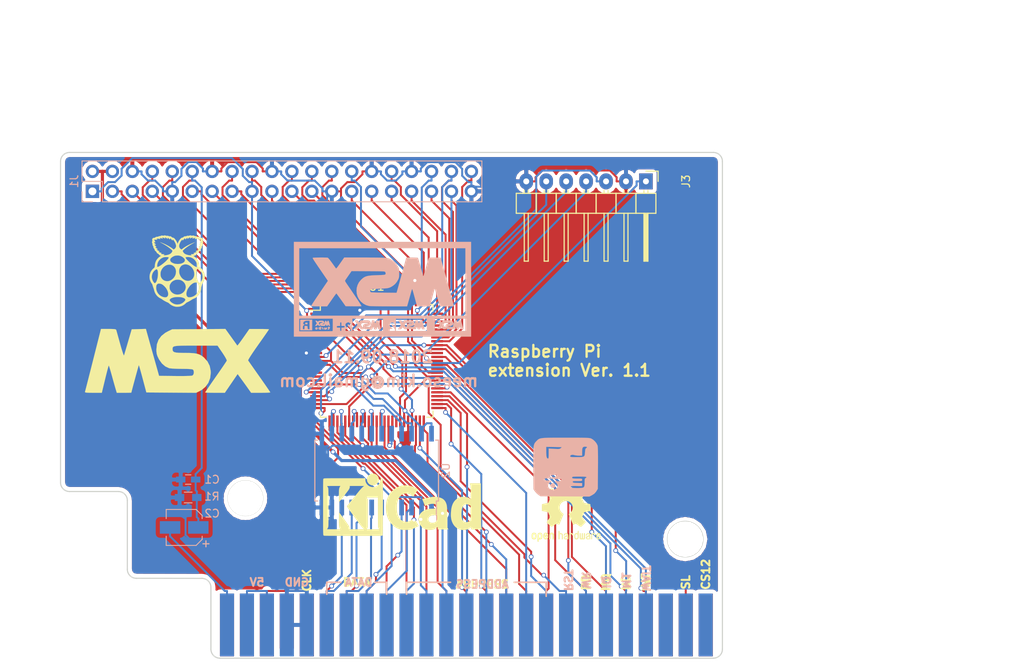
<source format=kicad_pcb>
(kicad_pcb (version 4) (host pcbnew 4.0.7)
  (layers (0 F.Cu mixed) (31 B.Cu mixed) (34 B.Paste user) (35 F.Paste user) (36 B.SilkS user) (37 F.SilkS user) (38 B.Mask user) (39 F.Mask user) (44 Edge.Cuts user))
  (net 0 "")
  (net 1 GND)
  (net 2 +5V)
  (net 3 /RD3)
  (net 4 /RD4)
  (net 5 /RD6)
  (net 6 /RD7)
  (net 7 /RD0)
  (net 8 /RD1)
  (net 9 /RD2)
  (net 10 /RD5)
  (net 11 /WAIT)
  (net 12 /INT)
  (net 13 /BUSDIR)
  (net 14 /IORQ)
  (net 15 /MREQ)
  (net 16 /WR)
  (net 17 /RD)
  (net 18 /RESET)
  (net 19 /A9)
  (net 20 /A15)
  (net 21 /A11)
  (net 22 /A10)
  (net 23 /A7)
  (net 24 /A6)
  (net 25 /A12)
  (net 26 /A8)
  (net 27 /A14)
  (net 28 /A13)
  (net 29 /A1)
  (net 30 /A0)
  (net 31 /A3)
  (net 32 /A2)
  (net 33 /A5)
  (net 34 /A4)
  (net 35 /D1)
  (net 36 /D0)
  (net 37 /D3)
  (net 38 /D2)
  (net 39 /D5)
  (net 40 /D4)
  (net 41 /D7)
  (net 42 /D6)
  (net 43 /CLK)
  (net 44 +3V3)
  (net 45 "Net-(P1-Pad5)")
  (net 46 "Net-(P1-Pad16)")
  (net 47 /RA8)
  (net 48 /RA10)
  (net 49 /RA11)
  (net 50 /RA15)
  (net 51 /RA12)
  (net 52 /RA9)
  (net 53 /RA13)
  (net 54 /RA14)
  (net 55 "Net-(P1-Pad1)")
  (net 56 "Net-(P1-Pad2)")
  (net 57 "Net-(P1-Pad3)")
  (net 58 /SLTSL)
  (net 59 "Net-(P1-Pad6)")
  (net 60 "Net-(P1-Pad44)")
  (net 61 "Net-(P1-Pad48)")
  (net 62 "Net-(P1-Pad50)")
  (net 63 /M1)
  (net 64 /RC17)
  (net 65 /RC18)
  (net 66 /RC27)
  (net 67 /RC22)
  (net 68 /RC23)
  (net 69 /RC24)
  (net 70 /RC25)
  (net 71 /RC19)
  (net 72 /RC16)
  (net 73 /RC26)
  (net 74 /RC20)
  (net 75 /RC21)
  (net 76 /SOUNDIN)
  (net 77 "Net-(U1-Pad5)")
  (net 78 "Net-(U1-Pad6)")
  (net 79 "Net-(U1-Pad8)")
  (net 80 "Net-(U1-Pad15)")
  (net 81 "Net-(U1-Pad16)")
  (net 82 "Net-(U1-Pad17)")
  (net 83 "Net-(U1-Pad100)")
  (net 84 /TMS)
  (net 85 /TDI)
  (net 86 /TCK)
  (net 87 /TDO)
  (net 88 /D63)
  (net 89 /D73)
  (net 90 /D43)
  (net 91 /D23)
  (net 92 /D03)
  (net 93 /D53)
  (net 94 /D33)
  (net 95 /D13)
  (net 96 /DAT_DIR)
  (net 97 /DAT_CE)
  (net 98 "Net-(U1-Pad20)")
  (net 99 "Net-(U1-Pad43)")
  (net 100 /VCC)
  (module Capacitors_SMD:C_0603_HandSoldering (layer B.Cu) (at 122.047 91.313 180)
    (fp_text reference C1 (at -3.048 0 180) (layer B.SilkS) (effects (justify mirror)))
    (fp_text value C)
    (pad 1 smd rect (at -0.95 0 180) (size 1.2 0.75) (layers B.Cu B.Paste B.Mask) (net 65 /RC18))
    (pad 2 smd rect (at 0.95 0 180) (size 1.2 0.75) (layers B.Cu B.Paste B.Mask) (net 1 GND))
  )
  (module Capacitors_SMD:CP_Elec_4x5.3 (layer B.Cu) (at 121.539 97.409 180)
    (fp_text reference C2 (at -3.556 1.778 180) (layer B.SilkS) (effects (justify mirror)))
    (fp_text value CP)
    (fp_text user + (at -2.77 -2.01 180) (layer B.SilkS) (effects (justify mirror)))
    (pad 1 smd rect (at -1.8 0) (size 2.6 1.6) (layers B.Cu B.Paste B.Mask) (net 65 /RC18))
    (pad 2 smd rect (at 1.8 0) (size 2.6 1.6) (layers B.Cu B.Paste B.Mask) (net 76 /SOUNDIN))
  )
  (module Resistors_SMD:R_0603_HandSoldering (layer B.Cu) (at 122.047 93.599 180)
    (fp_text reference R1 (at -3.0226 0.127 180) (layer B.SilkS) (effects (justify mirror)))
    (fp_text value R)
    (pad 1 smd rect (at -1.1 0 180) (size 1.2 0.9) (layers B.Cu B.Paste B.Mask) (net 65 /RC18))
    (pad 2 smd rect (at 1.1 0 180) (size 1.2 0.9) (layers B.Cu B.Paste B.Mask) (net 1 GND))
  )
  (module Housings_QFP:TQFP-100_14x14mm_Pitch0.5mm (layer F.Cu) (at 146.05 76.2)
    (fp_text reference U1 (at 0 -9.45) (layer F.SilkS))
    (fp_text value MaxII_EPM240)
    (pad 1 smd rect (at -7.7 -6) (size 1.5 0.3) (layers F.Cu F.Paste F.Mask) (net 11 /WAIT))
    (pad 2 smd rect (at -7.7 -5.5) (size 1.5 0.3) (layers F.Cu F.Paste F.Mask) (net 12 /INT))
    (pad 3 smd rect (at -7.7 -5) (size 1.5 0.3) (layers F.Cu F.Paste F.Mask) (net 13 /BUSDIR))
    (pad 4 smd rect (at -7.7 -4.5) (size 1.5 0.3) (layers F.Cu F.Paste F.Mask) (net 58 /SLTSL))
    (pad 5 smd rect (at -7.7 -4) (size 1.5 0.3) (layers F.Cu F.Paste F.Mask) (net 77 "Net-(U1-Pad5)"))
    (pad 6 smd rect (at -7.7 -3.5) (size 1.5 0.3) (layers F.Cu F.Paste F.Mask) (net 78 "Net-(U1-Pad6)"))
    (pad 7 smd rect (at -7.7 -3) (size 1.5 0.3) (layers F.Cu F.Paste F.Mask) (net 95 /D13))
    (pad 8 smd rect (at -7.7 -2.5) (size 1.5 0.3) (layers F.Cu F.Paste F.Mask) (net 79 "Net-(U1-Pad8)"))
    (pad 9 smd rect (at -7.7 -2) (size 1.5 0.3) (layers F.Cu F.Paste F.Mask) (net 44 +3V3))
    (pad 10 smd rect (at -7.7 -1.5) (size 1.5 0.3) (layers F.Cu F.Paste F.Mask) (net 1 GND))
    (pad 11 smd rect (at -7.7 -1) (size 1.5 0.3) (layers F.Cu F.Paste F.Mask) (net 1 GND))
    (pad 12 smd rect (at -7.7 -0.5) (size 1.5 0.3) (layers F.Cu F.Paste F.Mask) (net 74 /RC20))
    (pad 13 smd rect (at -7.7 0) (size 1.5 0.3) (layers F.Cu F.Paste F.Mask) (net 44 +3V3))
    (pad 14 smd rect (at -7.7 0.5) (size 1.5 0.3) (layers F.Cu F.Paste F.Mask) (net 43 /CLK))
    (pad 15 smd rect (at -7.7 1) (size 1.5 0.3) (layers F.Cu F.Paste F.Mask) (net 80 "Net-(U1-Pad15)"))
    (pad 16 smd rect (at -7.7 1.5) (size 1.5 0.3) (layers F.Cu F.Paste F.Mask) (net 81 "Net-(U1-Pad16)"))
    (pad 17 smd rect (at -7.7 2) (size 1.5 0.3) (layers F.Cu F.Paste F.Mask) (net 82 "Net-(U1-Pad17)"))
    (pad 18 smd rect (at -7.7 2.5) (size 1.5 0.3) (layers F.Cu F.Paste F.Mask) (net 96 /DAT_DIR))
    (pad 19 smd rect (at -7.7 3) (size 1.5 0.3) (layers F.Cu F.Paste F.Mask) (net 97 /DAT_CE))
    (pad 20 smd rect (at -7.7 3.5) (size 1.5 0.3) (layers F.Cu F.Paste F.Mask) (net 98 "Net-(U1-Pad20)"))
    (pad 21 smd rect (at -7.7 4) (size 1.5 0.3) (layers F.Cu F.Paste F.Mask) (net 73 /RC26))
    (pad 22 smd rect (at -7.7 4.5) (size 1.5 0.3) (layers F.Cu F.Paste F.Mask) (net 84 /TMS))
    (pad 23 smd rect (at -7.7 5) (size 1.5 0.3) (layers F.Cu F.Paste F.Mask) (net 85 /TDI))
    (pad 24 smd rect (at -7.7 5.5) (size 1.5 0.3) (layers F.Cu F.Paste F.Mask) (net 86 /TCK))
    (pad 25 smd rect (at -7.7 6) (size 1.5 0.3) (layers F.Cu F.Paste F.Mask) (net 87 /TDO))
    (pad 26 smd rect (at -6 7.7 90) (size 1.5 0.3) (layers F.Cu F.Paste F.Mask) (net 34 /A4))
    (pad 27 smd rect (at -5.5 7.7 90) (size 1.5 0.3) (layers F.Cu F.Paste F.Mask) (net 88 /D63))
    (pad 28 smd rect (at -5 7.7 90) (size 1.5 0.3) (layers F.Cu F.Paste F.Mask) (net 33 /A5))
    (pad 29 smd rect (at -4.5 7.7 90) (size 1.5 0.3) (layers F.Cu F.Paste F.Mask) (net 89 /D73))
    (pad 30 smd rect (at -4 7.7 90) (size 1.5 0.3) (layers F.Cu F.Paste F.Mask) (net 31 /A3))
    (pad 31 smd rect (at -3.5 7.7 90) (size 1.5 0.3) (layers F.Cu F.Paste F.Mask) (net 44 +3V3))
    (pad 32 smd rect (at -3 7.7 90) (size 1.5 0.3) (layers F.Cu F.Paste F.Mask) (net 1 GND))
    (pad 33 smd rect (at -2.5 7.7 90) (size 1.5 0.3) (layers F.Cu F.Paste F.Mask) (net 90 /D43))
    (pad 34 smd rect (at -2 7.7 90) (size 1.5 0.3) (layers F.Cu F.Paste F.Mask) (net 32 /A2))
    (pad 35 smd rect (at -1.5 7.7 90) (size 1.5 0.3) (layers F.Cu F.Paste F.Mask) (net 93 /D53))
    (pad 36 smd rect (at -1 7.7 90) (size 1.5 0.3) (layers F.Cu F.Paste F.Mask) (net 30 /A0))
    (pad 37 smd rect (at -0.5 7.7 90) (size 1.5 0.3) (layers F.Cu F.Paste F.Mask) (net 91 /D23))
    (pad 38 smd rect (at 0 7.7 90) (size 1.5 0.3) (layers F.Cu F.Paste F.Mask) (net 29 /A1))
    (pad 39 smd rect (at 0.5 7.7 90) (size 1.5 0.3) (layers F.Cu F.Paste F.Mask) (net 94 /D33))
    (pad 40 smd rect (at 1 7.7 90) (size 1.5 0.3) (layers F.Cu F.Paste F.Mask) (net 24 /A6))
    (pad 41 smd rect (at 1.5 7.7 90) (size 1.5 0.3) (layers F.Cu F.Paste F.Mask) (net 92 /D03))
    (pad 42 smd rect (at 2 7.7 90) (size 1.5 0.3) (layers F.Cu F.Paste F.Mask) (net 23 /A7))
    (pad 43 smd rect (at 2.5 7.7 90) (size 1.5 0.3) (layers F.Cu F.Paste F.Mask) (net 99 "Net-(U1-Pad43)"))
    (pad 44 smd rect (at 3 7.7 90) (size 1.5 0.3) (layers F.Cu F.Paste F.Mask) (net 70 /RC25))
    (pad 45 smd rect (at 3.5 7.7 90) (size 1.5 0.3) (layers F.Cu F.Paste F.Mask) (net 44 +3V3))
    (pad 46 smd rect (at 4 7.7 90) (size 1.5 0.3) (layers F.Cu F.Paste F.Mask) (net 1 GND))
    (pad 47 smd rect (at 4.5 7.7 90) (size 1.5 0.3) (layers F.Cu F.Paste F.Mask) (net 69 /RC24))
    (pad 48 smd rect (at 5 7.7 90) (size 1.5 0.3) (layers F.Cu F.Paste F.Mask) (net 25 /A12))
    (pad 49 smd rect (at 5.5 7.7 90) (size 1.5 0.3) (layers F.Cu F.Paste F.Mask) (net 28 /A13))
    (pad 50 smd rect (at 6 7.7 90) (size 1.5 0.3) (layers F.Cu F.Paste F.Mask) (net 22 /A10))
    (pad 51 smd rect (at 7.7 6) (size 1.5 0.3) (layers F.Cu F.Paste F.Mask) (net 21 /A11))
    (pad 52 smd rect (at 7.7 5.5) (size 1.5 0.3) (layers F.Cu F.Paste F.Mask) (net 26 /A8))
    (pad 53 smd rect (at 7.7 5) (size 1.5 0.3) (layers F.Cu F.Paste F.Mask) (net 19 /A9))
    (pad 54 smd rect (at 7.7 4.5) (size 1.5 0.3) (layers F.Cu F.Paste F.Mask) (net 27 /A14))
    (pad 55 smd rect (at 7.7 4) (size 1.5 0.3) (layers F.Cu F.Paste F.Mask) (net 20 /A15))
    (pad 56 smd rect (at 7.7 3.5) (size 1.5 0.3) (layers F.Cu F.Paste F.Mask) (net 43 /CLK))
    (pad 57 smd rect (at 7.7 3) (size 1.5 0.3) (layers F.Cu F.Paste F.Mask) (net 18 /RESET))
    (pad 58 smd rect (at 7.7 2.5) (size 1.5 0.3) (layers F.Cu F.Paste F.Mask) (net 17 /RD))
    (pad 59 smd rect (at 7.7 2) (size 1.5 0.3) (layers F.Cu F.Paste F.Mask) (net 44 +3V3))
    (pad 60 smd rect (at 7.7 1.5) (size 1.5 0.3) (layers F.Cu F.Paste F.Mask) (net 1 GND))
    (pad 61 smd rect (at 7.7 1) (size 1.5 0.3) (layers F.Cu F.Paste F.Mask) (net 16 /WR))
    (pad 62 smd rect (at 7.7 0.5) (size 1.5 0.3) (layers F.Cu F.Paste F.Mask) (net 15 /MREQ))
    (pad 63 smd rect (at 7.7 0) (size 1.5 0.3) (layers F.Cu F.Paste F.Mask) (net 44 +3V3))
    (pad 64 smd rect (at 7.7 -0.5) (size 1.5 0.3) (layers F.Cu F.Paste F.Mask) (net 14 /IORQ))
    (pad 65 smd rect (at 7.7 -1) (size 1.5 0.3) (layers F.Cu F.Paste F.Mask) (net 1 GND))
    (pad 66 smd rect (at 7.7 -1.5) (size 1.5 0.3) (layers F.Cu F.Paste F.Mask) (net 63 /M1))
    (pad 67 smd rect (at 7.7 -2) (size 1.5 0.3) (layers F.Cu F.Paste F.Mask) (net 58 /SLTSL))
    (pad 68 smd rect (at 7.7 -2.5) (size 1.5 0.3) (layers F.Cu F.Paste F.Mask) (net 75 /RC21))
    (pad 69 smd rect (at 7.7 -3) (size 1.5 0.3) (layers F.Cu F.Paste F.Mask) (net 73 /RC26))
    (pad 70 smd rect (at 7.7 -3.5) (size 1.5 0.3) (layers F.Cu F.Paste F.Mask) (net 74 /RC20))
    (pad 71 smd rect (at 7.7 -4) (size 1.5 0.3) (layers F.Cu F.Paste F.Mask) (net 71 /RC19))
    (pad 72 smd rect (at 7.7 -4.5) (size 1.5 0.3) (layers F.Cu F.Paste F.Mask) (net 72 /RC16))
    (pad 73 smd rect (at 7.7 -5) (size 1.5 0.3) (layers F.Cu F.Paste F.Mask) (net 53 /RA13))
    (pad 74 smd rect (at 7.7 -5.5) (size 1.5 0.3) (layers F.Cu F.Paste F.Mask) (net 5 /RD6))
    (pad 75 smd rect (at 7.7 -6) (size 1.5 0.3) (layers F.Cu F.Paste F.Mask) (net 51 /RA12))
    (pad 76 smd rect (at 6 -7.7 90) (size 1.5 0.3) (layers F.Cu F.Paste F.Mask) (net 10 /RD5))
    (pad 77 smd rect (at 5.5 -7.7 90) (size 1.5 0.3) (layers F.Cu F.Paste F.Mask) (net 7 /RD0))
    (pad 78 smd rect (at 5 -7.7 90) (size 1.5 0.3) (layers F.Cu F.Paste F.Mask) (net 8 /RD1))
    (pad 79 smd rect (at 4.5 -7.7 90) (size 1.5 0.3) (layers F.Cu F.Paste F.Mask) (net 1 GND))
    (pad 80 smd rect (at 4 -7.7 90) (size 1.5 0.3) (layers F.Cu F.Paste F.Mask) (net 44 +3V3))
    (pad 81 smd rect (at 3.5 -7.7 90) (size 1.5 0.3) (layers F.Cu F.Paste F.Mask) (net 6 /RD7))
    (pad 82 smd rect (at 3 -7.7 90) (size 1.5 0.3) (layers F.Cu F.Paste F.Mask) (net 49 /RA11))
    (pad 83 smd rect (at 2.5 -7.7 90) (size 1.5 0.3) (layers F.Cu F.Paste F.Mask) (net 47 /RA8))
    (pad 84 smd rect (at 2 -7.7 90) (size 1.5 0.3) (layers F.Cu F.Paste F.Mask) (net 52 /RA9))
    (pad 85 smd rect (at 1.5 -7.7 90) (size 1.5 0.3) (layers F.Cu F.Paste F.Mask) (net 70 /RC25))
    (pad 86 smd rect (at 1 -7.7 90) (size 1.5 0.3) (layers F.Cu F.Paste F.Mask) (net 48 /RA10))
    (pad 87 smd rect (at 0.5 -7.7 90) (size 1.5 0.3) (layers F.Cu F.Paste F.Mask) (net 69 /RC24))
    (pad 88 smd rect (at 0 -7.7 90) (size 1.5 0.3) (layers F.Cu F.Paste F.Mask) (net 67 /RC22))
    (pad 89 smd rect (at -0.5 -7.7 90) (size 1.5 0.3) (layers F.Cu F.Paste F.Mask) (net 68 /RC23))
    (pad 90 smd rect (at -1 -7.7 90) (size 1.5 0.3) (layers F.Cu F.Paste F.Mask) (net 66 /RC27))
    (pad 91 smd rect (at -1.5 -7.7 90) (size 1.5 0.3) (layers F.Cu F.Paste F.Mask) (net 64 /RC17))
    (pad 92 smd rect (at -2 -7.7 90) (size 1.5 0.3) (layers F.Cu F.Paste F.Mask) (net 65 /RC18))
    (pad 93 smd rect (at -2.5 -7.7 90) (size 1.5 0.3) (layers F.Cu F.Paste F.Mask) (net 1 GND))
    (pad 94 smd rect (at -3 -7.7 90) (size 1.5 0.3) (layers F.Cu F.Paste F.Mask) (net 44 +3V3))
    (pad 95 smd rect (at -3.5 -7.7 90) (size 1.5 0.3) (layers F.Cu F.Paste F.Mask) (net 50 /RA15))
    (pad 96 smd rect (at -4 -7.7 90) (size 1.5 0.3) (layers F.Cu F.Paste F.Mask) (net 4 /RD4))
    (pad 97 smd rect (at -4.5 -7.7 90) (size 1.5 0.3) (layers F.Cu F.Paste F.Mask) (net 54 /RA14))
    (pad 98 smd rect (at -5 -7.7 90) (size 1.5 0.3) (layers F.Cu F.Paste F.Mask) (net 3 /RD3))
    (pad 99 smd rect (at -5.5 -7.7 90) (size 1.5 0.3) (layers F.Cu F.Paste F.Mask) (net 9 /RD2))
    (pad 100 smd rect (at -6 -7.7 90) (size 1.5 0.3) (layers F.Cu F.Paste F.Mask) (net 83 "Net-(U1-Pad100)"))
  )
  (module Pin_Headers:Pin_Header_Angled_1x07 (layer F.Cu) (at 180.34 53.34 270)
    (fp_text reference J3 (at 0 -5.1 270) (layer F.SilkS))
    (fp_text value Conn_01x07)
    (pad 1 thru_hole rect (at 0 0 270) (size 2.032 1.7272) (drill 0.76) (layers *.Cu *.Mask) (net 86 /TCK))
    (pad 2 thru_hole oval (at 0 2.54 270) (size 2.032 1.7272) (drill 0.76) (layers *.Cu *.Mask) (net 1 GND))
    (pad 3 thru_hole oval (at 0 5.08 270) (size 2.032 1.7272) (drill 0.76) (layers *.Cu *.Mask) (net 87 /TDO))
    (pad 4 thru_hole oval (at 0 7.62 270) (size 2.032 1.7272) (drill 0.76) (layers *.Cu *.Mask) (net 44 +3V3))
    (pad 5 thru_hole oval (at 0 10.16 270) (size 2.032 1.7272) (drill 0.76) (layers *.Cu *.Mask) (net 84 /TMS))
    (pad 6 thru_hole oval (at 0 12.7 270) (size 2.032 1.7272) (drill 0.76) (layers *.Cu *.Mask) (net 85 /TDI))
    (pad 7 thru_hole oval (at 0 15.24 270) (size 2.032 1.7272) (drill 0.76) (layers *.Cu *.Mask) (net 1 GND))
  )
  (module MSX:msx-logo (layer F.Cu) (at 120.65 76.2)
    (fp_text reference G3 hide)
    (fp_text value LOGO hide)
  )
  (module MSX:card_edge_connector (layer F.Cu) (at 156.21 106.68)
    (fp_text reference P1 hide)
    (fp_text value CONN_02X25)
    (pad "" np_thru_hole circle (at 29.12364 -7.78256) (size 4.5 4.5) (drill 4.5) (layers *.Cu *.Mask F.SilkS) (clearance 0.5))
    (pad 1 connect rect (at 31.73984 3.14744) (size 1.8 8) (layers B.Cu B.Mask) (net 55 "Net-(P1-Pad1)"))
    (pad 2 connect rect (at 31.73984 3.14744) (size 1.8 8) (layers F.Cu F.Mask) (net 56 "Net-(P1-Pad2)"))
    (pad 3 connect rect (at 29.19984 3.14744) (size 1.8 8) (layers B.Cu B.Mask) (net 57 "Net-(P1-Pad3)"))
    (pad 4 connect rect (at 29.19984 3.14744) (size 1.8 8) (layers F.Cu F.Mask) (net 58 /SLTSL))
    (pad 5 connect rect (at 26.65984 3.14744) (size 1.8 8) (layers B.Cu B.Mask) (net 45 "Net-(P1-Pad5)"))
    (pad 6 connect rect (at 26.65984 3.14744) (size 1.8 8) (layers F.Cu F.Mask) (net 59 "Net-(P1-Pad6)"))
    (pad 7 connect rect (at 24.11984 3.14744) (size 1.8 8) (layers B.Cu B.Mask) (net 11 /WAIT))
    (pad 8 connect rect (at 24.11984 3.14744) (size 1.8 8) (layers F.Cu F.Mask) (net 12 /INT))
    (pad 9 connect rect (at 21.57984 3.14744) (size 1.8 8) (layers B.Cu B.Mask) (net 63 /M1))
    (pad 10 connect rect (at 21.57984 3.14744) (size 1.8 8) (layers F.Cu F.Mask) (net 13 /BUSDIR))
    (pad 11 connect rect (at 19.03984 3.14744) (size 1.8 8) (layers B.Cu B.Mask) (net 14 /IORQ))
    (pad 12 connect rect (at 19.03984 3.14744) (size 1.8 8) (layers F.Cu F.Mask) (net 15 /MREQ))
    (pad 13 connect rect (at 16.49984 3.14744) (size 1.8 8) (layers B.Cu B.Mask) (net 16 /WR))
    (pad 14 connect rect (at 16.49984 3.14744) (size 1.8 8) (layers F.Cu F.Mask) (net 17 /RD))
    (pad 15 connect rect (at 13.95984 3.14744) (size 1.8 8) (layers B.Cu B.Mask) (net 18 /RESET))
    (pad 16 connect rect (at 13.95984 3.14744) (size 1.8 8) (layers F.Cu F.Mask) (net 46 "Net-(P1-Pad16)"))
    (pad 17 connect rect (at 11.41984 3.14744) (size 1.8 8) (layers B.Cu B.Mask) (net 19 /A9))
    (pad 18 connect rect (at 11.41984 3.14744) (size 1.8 8) (layers F.Cu F.Mask) (net 20 /A15))
    (pad 19 connect rect (at 8.87984 3.14744) (size 1.8 8) (layers B.Cu B.Mask) (net 21 /A11))
    (pad 20 connect rect (at 8.87984 3.14744) (size 1.8 8) (layers F.Cu F.Mask) (net 22 /A10))
    (pad 21 connect rect (at 6.33984 3.14744) (size 1.8 8) (layers B.Cu B.Mask) (net 23 /A7))
    (pad 22 connect rect (at 6.33984 3.14744) (size 1.8 8) (layers F.Cu F.Mask) (net 24 /A6))
    (pad 23 connect rect (at 3.79984 3.14744) (size 1.8 8) (layers B.Cu B.Mask) (net 25 /A12))
    (pad 24 connect rect (at 3.79984 3.14744) (size 1.8 8) (layers F.Cu F.Mask) (net 26 /A8))
    (pad 25 connect rect (at 1.25984 3.14744) (size 1.8 8) (layers B.Cu B.Mask) (net 27 /A14))
    (pad 26 connect rect (at 1.25984 3.14744) (size 1.8 8) (layers F.Cu F.Mask) (net 28 /A13))
    (pad 27 connect rect (at -1.28016 3.14744) (size 1.8 8) (layers B.Cu B.Mask) (net 29 /A1))
    (pad 28 connect rect (at -1.28016 3.14744) (size 1.8 8) (layers F.Cu F.Mask) (net 30 /A0))
    (pad 29 connect rect (at -3.82016 3.14744) (size 1.8 8) (layers B.Cu B.Mask) (net 31 /A3))
    (pad 30 connect rect (at -3.82016 3.14744) (size 1.8 8) (layers F.Cu F.Mask) (net 32 /A2))
    (pad 31 connect rect (at -6.36016 3.14744) (size 1.8 8) (layers B.Cu B.Mask) (net 33 /A5))
    (pad 32 connect rect (at -6.36016 3.14744) (size 1.8 8) (layers F.Cu F.Mask) (net 34 /A4))
    (pad 33 connect rect (at -8.90016 3.14744) (size 1.8 8) (layers B.Cu B.Mask) (net 35 /D1))
    (pad 34 connect rect (at -8.90016 3.14744) (size 1.8 8) (layers F.Cu F.Mask) (net 36 /D0))
    (pad 35 connect rect (at -11.44016 3.14744) (size 1.8 8) (layers B.Cu B.Mask) (net 37 /D3))
    (pad 36 connect rect (at -11.44016 3.14744) (size 1.8 8) (layers F.Cu F.Mask) (net 38 /D2))
    (pad 37 connect rect (at -13.98016 3.14744) (size 1.8 8) (layers B.Cu B.Mask) (net 39 /D5))
    (pad 38 connect rect (at -13.98016 3.14744) (size 1.8 8) (layers F.Cu F.Mask) (net 40 /D4))
    (pad 39 connect rect (at -16.52016 3.14744) (size 1.8 8) (layers B.Cu B.Mask) (net 41 /D7))
    (pad 40 connect rect (at -16.52016 3.14744) (size 1.8 8) (layers F.Cu F.Mask) (net 42 /D6))
    (pad 41 connect rect (at -19.06016 3.14744) (size 1.8 8) (layers B.Cu B.Mask) (net 1 GND))
    (pad 42 connect rect (at -19.06016 3.14744) (size 1.8 8) (layers F.Cu F.Mask) (net 43 /CLK))
    (pad 43 connect rect (at -21.60016 3.14744) (size 1.8 8) (layers B.Cu B.Mask) (net 1 GND))
    (pad 44 connect rect (at -21.60524 2.65468) (size 1.8 7) (layers F.Cu F.Mask) (net 60 "Net-(P1-Pad44)"))
    (pad 45 connect rect (at -24.14016 3.14744) (size 1.8 8) (layers B.Cu B.Mask) (net 100 /VCC))
    (pad 46 connect rect (at -24.14016 3.14744) (size 1.8 8) (layers F.Cu F.Mask) (net 60 "Net-(P1-Pad44)"))
    (pad 47 connect rect (at -26.68016 3.14744) (size 1.8 8) (layers B.Cu B.Mask) (net 100 /VCC))
    (pad 48 connect rect (at -26.68016 3.14744) (size 1.8 8) (layers F.Cu F.Mask) (net 61 "Net-(P1-Pad48)"))
    (pad 49 connect rect (at -29.22016 3.14744) (size 1.8 8) (layers B.Cu B.Mask) (net 76 /SOUNDIN))
    (pad 50 connect rect (at -29.22016 3.14744) (size 1.8 8) (layers F.Cu F.Mask) (net 62 "Net-(P1-Pad50)"))
    (pad "" np_thru_hole circle (at -26.87574 -12.98448) (size 4.5 4.5) (drill 4.5) (layers *.Cu *.Mask F.SilkS) (clearance 0.5))
  )
  (module Housings_SOIC:SOIC-24W_7.5x15.4mm_Pitch1.27mm (layer B.Cu) (at 146.05 90.17 90)
    (fp_text reference U2 (at 0 8.8 90) (layer B.SilkS) (effects (justify mirror)))
    (fp_text value LVC4245)
    (pad 1 smd rect (at -4.7 6.985 90) (size 2 0.6) (layers B.Cu B.Paste B.Mask) (net 2 +5V))
    (pad 2 smd rect (at -4.7 5.715 90) (size 2 0.6) (layers B.Cu B.Paste B.Mask) (net 96 /DAT_DIR))
    (pad 3 smd rect (at -4.7 4.445 90) (size 2 0.6) (layers B.Cu B.Paste B.Mask) (net 35 /D1))
    (pad 4 smd rect (at -4.7 3.175 90) (size 2 0.6) (layers B.Cu B.Paste B.Mask) (net 36 /D0))
    (pad 5 smd rect (at -4.7 1.905 90) (size 2 0.6) (layers B.Cu B.Paste B.Mask) (net 37 /D3))
    (pad 6 smd rect (at -4.7 0.635 90) (size 2 0.6) (layers B.Cu B.Paste B.Mask) (net 38 /D2))
    (pad 7 smd rect (at -4.7 -0.635 90) (size 2 0.6) (layers B.Cu B.Paste B.Mask) (net 39 /D5))
    (pad 8 smd rect (at -4.7 -1.905 90) (size 2 0.6) (layers B.Cu B.Paste B.Mask) (net 40 /D4))
    (pad 9 smd rect (at -4.7 -3.175 90) (size 2 0.6) (layers B.Cu B.Paste B.Mask) (net 41 /D7))
    (pad 10 smd rect (at -4.7 -4.445 90) (size 2 0.6) (layers B.Cu B.Paste B.Mask) (net 42 /D6))
    (pad 11 smd rect (at -4.7 -5.715 90) (size 2 0.6) (layers B.Cu B.Paste B.Mask) (net 1 GND))
    (pad 12 smd rect (at -4.7 -6.985 90) (size 2 0.6) (layers B.Cu B.Paste B.Mask) (net 1 GND))
    (pad 13 smd rect (at 4.7 -6.985 90) (size 2 0.6) (layers B.Cu B.Paste B.Mask) (net 1 GND))
    (pad 14 smd rect (at 4.7 -5.715 90) (size 2 0.6) (layers B.Cu B.Paste B.Mask) (net 88 /D63))
    (pad 15 smd rect (at 4.7 -4.445 90) (size 2 0.6) (layers B.Cu B.Paste B.Mask) (net 89 /D73))
    (pad 16 smd rect (at 4.7 -3.175 90) (size 2 0.6) (layers B.Cu B.Paste B.Mask) (net 90 /D43))
    (pad 17 smd rect (at 4.7 -1.905 90) (size 2 0.6) (layers B.Cu B.Paste B.Mask) (net 93 /D53))
    (pad 18 smd rect (at 4.7 -0.635 90) (size 2 0.6) (layers B.Cu B.Paste B.Mask) (net 91 /D23))
    (pad 19 smd rect (at 4.7 0.635 90) (size 2 0.6) (layers B.Cu B.Paste B.Mask) (net 94 /D33))
    (pad 20 smd rect (at 4.7 1.905 90) (size 2 0.6) (layers B.Cu B.Paste B.Mask) (net 92 /D03))
    (pad 21 smd rect (at 4.7 3.175 90) (size 2 0.6) (layers B.Cu B.Paste B.Mask) (net 95 /D13))
    (pad 22 smd rect (at 4.7 4.445 90) (size 2 0.6) (layers B.Cu B.Paste B.Mask) (net 97 /DAT_CE))
    (pad 23 smd rect (at 4.7 5.715 90) (size 2 0.6) (layers B.Cu B.Paste B.Mask) (net 44 +3V3))
    (pad 24 smd rect (at 4.7 6.985 90) (size 2 0.6) (layers B.Cu B.Paste B.Mask) (net 44 +3V3))
  )
  (module Socket_Strips:Socket_Strip_Straight_2x20_Pitch2.54mm (layer B.Cu) (at 109.855 54.61 270)
    (fp_text reference J1 (at -1.27 2.33 270) (layer B.SilkS) (effects (justify mirror)))
    (fp_text value RPi_GPIO)
    (pad 1 thru_hole rect (at 0 0 270) (size 1.7 1.7) (drill 1) (layers *.Cu *.Mask) (net 44 +3V3))
    (pad 2 thru_hole oval (at -2.54 0 270) (size 1.7 1.7) (drill 1) (layers *.Cu *.Mask) (net 2 +5V))
    (pad 3 thru_hole oval (at 0 -2.54 270) (size 1.7 1.7) (drill 1) (layers *.Cu *.Mask) (net 9 /RD2))
    (pad 4 thru_hole oval (at -2.54 -2.54 270) (size 1.7 1.7) (drill 1) (layers *.Cu *.Mask) (net 2 +5V))
    (pad 5 thru_hole oval (at 0 -5.08 270) (size 1.7 1.7) (drill 1) (layers *.Cu *.Mask) (net 3 /RD3))
    (pad 6 thru_hole oval (at -2.54 -5.08 270) (size 1.7 1.7) (drill 1) (layers *.Cu *.Mask) (net 1 GND))
    (pad 7 thru_hole oval (at 0 -7.62 270) (size 1.7 1.7) (drill 1) (layers *.Cu *.Mask) (net 4 /RD4))
    (pad 8 thru_hole oval (at -2.54 -7.62 270) (size 1.7 1.7) (drill 1) (layers *.Cu *.Mask) (net 54 /RA14))
    (pad 9 thru_hole oval (at 0 -10.16 270) (size 1.7 1.7) (drill 1) (layers *.Cu *.Mask) (net 1 GND))
    (pad 10 thru_hole oval (at -2.54 -10.16 270) (size 1.7 1.7) (drill 1) (layers *.Cu *.Mask) (net 50 /RA15))
    (pad 11 thru_hole oval (at 0 -12.7 270) (size 1.7 1.7) (drill 1) (layers *.Cu *.Mask) (net 64 /RC17))
    (pad 12 thru_hole oval (at -2.54 -12.7 270) (size 1.7 1.7) (drill 1) (layers *.Cu *.Mask) (net 65 /RC18))
    (pad 13 thru_hole oval (at 0 -15.24 270) (size 1.7 1.7) (drill 1) (layers *.Cu *.Mask) (net 66 /RC27))
    (pad 14 thru_hole oval (at -2.54 -15.24 270) (size 1.7 1.7) (drill 1) (layers *.Cu *.Mask) (net 1 GND))
    (pad 15 thru_hole oval (at 0 -17.78 270) (size 1.7 1.7) (drill 1) (layers *.Cu *.Mask) (net 67 /RC22))
    (pad 16 thru_hole oval (at -2.54 -17.78 270) (size 1.7 1.7) (drill 1) (layers *.Cu *.Mask) (net 68 /RC23))
    (pad 17 thru_hole oval (at 0 -20.32 270) (size 1.7 1.7) (drill 1) (layers *.Cu *.Mask) (net 44 +3V3))
    (pad 18 thru_hole oval (at -2.54 -20.32 270) (size 1.7 1.7) (drill 1) (layers *.Cu *.Mask) (net 69 /RC24))
    (pad 19 thru_hole oval (at 0 -22.86 270) (size 1.7 1.7) (drill 1) (layers *.Cu *.Mask) (net 48 /RA10))
    (pad 20 thru_hole oval (at -2.54 -22.86 270) (size 1.7 1.7) (drill 1) (layers *.Cu *.Mask) (net 1 GND))
    (pad 21 thru_hole oval (at 0 -25.4 270) (size 1.7 1.7) (drill 1) (layers *.Cu *.Mask) (net 52 /RA9))
    (pad 22 thru_hole oval (at -2.54 -25.4 270) (size 1.7 1.7) (drill 1) (layers *.Cu *.Mask) (net 70 /RC25))
    (pad 23 thru_hole oval (at 0 -27.94 270) (size 1.7 1.7) (drill 1) (layers *.Cu *.Mask) (net 49 /RA11))
    (pad 24 thru_hole oval (at -2.54 -27.94 270) (size 1.7 1.7) (drill 1) (layers *.Cu *.Mask) (net 47 /RA8))
    (pad 25 thru_hole oval (at 0 -30.48 270) (size 1.7 1.7) (drill 1) (layers *.Cu *.Mask) (net 1 GND))
    (pad 26 thru_hole oval (at -2.54 -30.48 270) (size 1.7 1.7) (drill 1) (layers *.Cu *.Mask) (net 6 /RD7))
    (pad 27 thru_hole oval (at 0 -33.02 270) (size 1.7 1.7) (drill 1) (layers *.Cu *.Mask) (net 7 /RD0))
    (pad 28 thru_hole oval (at -2.54 -33.02 270) (size 1.7 1.7) (drill 1) (layers *.Cu *.Mask) (net 8 /RD1))
    (pad 29 thru_hole oval (at 0 -35.56 270) (size 1.7 1.7) (drill 1) (layers *.Cu *.Mask) (net 10 /RD5))
    (pad 30 thru_hole oval (at -2.54 -35.56 270) (size 1.7 1.7) (drill 1) (layers *.Cu *.Mask) (net 1 GND))
    (pad 31 thru_hole oval (at 0 -38.1 270) (size 1.7 1.7) (drill 1) (layers *.Cu *.Mask) (net 5 /RD6))
    (pad 32 thru_hole oval (at -2.54 -38.1 270) (size 1.7 1.7) (drill 1) (layers *.Cu *.Mask) (net 51 /RA12))
    (pad 33 thru_hole oval (at 0 -40.64 270) (size 1.7 1.7) (drill 1) (layers *.Cu *.Mask) (net 53 /RA13))
    (pad 34 thru_hole oval (at -2.54 -40.64 270) (size 1.7 1.7) (drill 1) (layers *.Cu *.Mask) (net 1 GND))
    (pad 35 thru_hole oval (at 0 -43.18 270) (size 1.7 1.7) (drill 1) (layers *.Cu *.Mask) (net 71 /RC19))
    (pad 36 thru_hole oval (at -2.54 -43.18 270) (size 1.7 1.7) (drill 1) (layers *.Cu *.Mask) (net 72 /RC16))
    (pad 37 thru_hole oval (at 0 -45.72 270) (size 1.7 1.7) (drill 1) (layers *.Cu *.Mask) (net 73 /RC26))
    (pad 38 thru_hole oval (at -2.54 -45.72 270) (size 1.7 1.7) (drill 1) (layers *.Cu *.Mask) (net 74 /RC20))
    (pad 39 thru_hole oval (at 0 -48.26 270) (size 1.7 1.7) (drill 1) (layers *.Cu *.Mask) (net 1 GND))
    (pad 40 thru_hole oval (at -2.54 -48.26 270) (size 1.7 1.7) (drill 1) (layers *.Cu *.Mask) (net 75 /RC21))
  )
  (module MSX:srxg (layer B.Cu) (at 170.18 90.17 180)
    (fp_text reference G5 hide)
    (fp_text value LOGO3 hide)
  )
  (module MSX:raspberry_pi_logo (layer F.Cu) (at 120.65 64.77)
    (fp_text reference G1 hide)
    (fp_text value LOGO hide)
  )
  (module MSX:msx_msx2_msx+logo (layer B.Cu) (at 146.812 67.056 180)
    (fp_text reference G2 hide)
    (fp_text value LOGO hide)
  )
  (module Symbols:KiCad-Logo_8mm_SilkScreen (layer F.Cu) (at 149.352 94.488)
    (fp_text reference REF2 hide)
    (fp_text value KiCad-Logo_8mm_SilkScreen hide)
  )
  (module Symbols:OSHW-Logo2_9.8x8mm_SilkScreen (layer F.Cu) (at 170.18 95.504)
    (fp_text reference REF1 hide)
    (fp_text value OSHW-Logo2_9.8x8mm_SilkScreen hide)
  )
  (gr_circle (center 129.3368 93.6879) (end 130.9878 95.1611) (layer Edge.Cuts) (width 0.15))
  (gr_line (start 106.934 92.837) (end 113.157 92.837) (layer Edge.Cuts) (width 0.15))
  (gr_line (start 114.3 102.743) (end 114.3 93.98) (layer Edge.Cuts) (width 0.15))
  (gr_arc (start 113.157 93.98) (end 113.157 92.837) (angle 90) (layer Edge.Cuts) (width 0.15))
  (gr_arc (start 106.934 91.694) (end 106.934 92.837) (angle 90) (layer Edge.Cuts) (width 0.15))
  (gr_line (start 167.64 104.394) (end 163.576 104.394) (angle 90) (layer F.SilkS) (width 0.2))
  (gr_line (start 167.64 106.172) (end 167.64 104.394) (angle 90) (layer F.SilkS) (width 0.2))
  (gr_line (start 167.64 104.394) (end 163.576 104.394) (angle 90) (layer B.SilkS) (width 0.2))
  (gr_line (start 167.64 106.172) (end 167.64 104.394) (angle 90) (layer B.SilkS) (width 0.2))
  (gr_line (start 149.86 104.394) (end 155.448 104.394) (angle 90) (layer B.SilkS) (width 0.2))
  (gr_line (start 149.86 105.918) (end 149.86 104.394) (angle 90) (layer B.SilkS) (width 0.2))
  (gr_line (start 147.32 104.394) (end 145.796 104.394) (angle 90) (layer B.SilkS) (width 0.2))
  (gr_line (start 147.32 105.918) (end 147.32 104.394) (angle 90) (layer B.SilkS) (width 0.2))
  (gr_line (start 139.7 104.394) (end 141.478 104.394) (angle 90) (layer B.SilkS) (width 0.2))
  (gr_line (start 139.7 105.918) (end 139.7 104.394) (angle 90) (layer B.SilkS) (width 0.2))
  (gr_text ADDRESS (at 159.512 104.648) (layer B.SilkS) (effects (font (size 1 1) (thickness 0.25)) (justify mirror)))
  (gr_text DATA (at 143.764 104.394) (layer B.SilkS) (effects (font (size 1 1) (thickness 0.25)) (justify mirror)))
  (gr_line (start 124.9426 112.9157) (end 124.9426 105.0417) (layer Edge.Cuts) (width 0.15))
  (gr_line (start 115.443 103.886) (end 123.7996 103.8987) (layer Edge.Cuts) (width 0.15))
  (gr_arc (start 115.443 102.743) (end 115.443 103.886) (angle 90) (layer Edge.Cuts) (width 0.15))
  (gr_arc (start 123.7996 105.0417) (end 123.7996 103.8987) (angle 90) (layer Edge.Cuts) (width 0.15))
  (gr_line (start 190.0809 112.9157) (end 190.0809 50.8) (layer Edge.Cuts) (width 0.15))
  (gr_text 2018.09.11 (at 146.812 75.692) (layer B.SilkS) (effects (font (size 1.5 1.5) (thickness 0.3)) (justify mirror)))
  (gr_text CLK (at 137.16 104.14 90) (layer F.SilkS) (effects (font (size 1 1) (thickness 0.25))))
  (gr_text CS12 (at 187.96 103.378 90) (layer F.SilkS) (effects (font (size 1 1) (thickness 0.25))))
  (gr_text 5V (at 130.81 104.394) (layer B.SilkS) (effects (font (size 1 1) (thickness 0.25)) (justify mirror)))
  (gr_text GND (at 135.89 104.394) (layer B.SilkS) (effects (font (size 1 1) (thickness 0.25)) (justify mirror)))
  (gr_line (start 166.878 104.394) (end 163.576 104.394) (angle 90) (layer F.SilkS) (width 0.2))
  (gr_line (start 152.146 104.394) (end 155.448 104.394) (angle 90) (layer F.SilkS) (width 0.2))
  (gr_text DATA (at 143.51 104.394) (layer F.SilkS) (effects (font (size 1 1) (thickness 0.25))))
  (gr_line (start 139.7 104.394) (end 141.478 104.394) (angle 90) (layer F.SilkS) (width 0.2))
  (gr_line (start 139.7 105.918) (end 139.7 104.394) (angle 90) (layer F.SilkS) (width 0.2))
  (gr_line (start 147.32 104.394) (end 145.796 104.394) (angle 90) (layer F.SilkS) (width 0.2))
  (gr_line (start 147.32 105.918) (end 147.32 104.394) (angle 90) (layer F.SilkS) (width 0.2))
  (gr_line (start 149.86 104.394) (end 152.146 104.394) (angle 90) (layer F.SilkS) (width 0.2))
  (gr_line (start 149.86 105.918) (end 149.86 104.394) (angle 90) (layer F.SilkS) (width 0.2))
  (gr_text ADDRESS (at 159.512 104.648) (layer F.SilkS) (effects (font (size 1 1) (thickness 0.25))))
  (gr_text WR (at 172.72 104.14 270) (layer B.SilkS) (effects (font (size 1 1) (thickness 0.25)) (justify mirror)))
  (gr_text IQ (at 175.26 104.394 270) (layer B.SilkS) (effects (font (size 1 1) (thickness 0.25)) (justify mirror)))
  (gr_text M1 (at 177.8 104.14 270) (layer B.SilkS) (effects (font (size 1 1) (thickness 0.25)) (justify mirror)))
  (gr_text WAIT (at 180.34 103.886 270) (layer B.SilkS) (effects (font (size 1 1) (thickness 0.25)) (justify mirror)))
  (gr_text INT (at 180.34 104.394 90) (layer F.SilkS) (effects (font (size 1 1) (thickness 0.25))))
  (gr_text RST (at 170.434 104.14 270) (layer B.SilkS) (effects (font (size 1 1) (thickness 0.25)) (justify mirror)))
  (gr_text MQ (at 175.26 104.394 90) (layer F.SilkS) (effects (font (size 1 1) (thickness 0.25))))
  (gr_text RD (at 172.72 104.394 90) (layer F.SilkS) (effects (font (size 1 1) (thickness 0.25))))
  (gr_text SL (at 185.42 104.394 90) (layer F.SilkS) (effects (font (size 1 1) (thickness 0.25))))
  (gr_text BD (at 177.8 104.394 90) (layer F.SilkS) (effects (font (size 1 1) (thickness 0.25))))
  (gr_text meeso.kim@gmail.com (at 146.304 78.74) (layer B.SilkS) (effects (font (size 1.5 1.5) (thickness 0.3)) (justify mirror)))
  (gr_text "Raspberry Pi \nextension Ver. 1.1" (at 160.02 76.2) (layer F.SilkS) (effects (font (size 1.5 1.5) (thickness 0.3)) (justify left)))
  (gr_circle (center 185.3438 98.8949) (end 187.1472 100.2538) (layer Edge.Cuts) (width 0.15))
  (gr_arc (start 188.9379 50.8) (end 188.9379 49.657) (angle 90) (layer Edge.Cuts) (width 0.15))
  (gr_arc (start 106.934 50.8) (end 105.791 50.8) (angle 90) (layer Edge.Cuts) (width 0.15))
  (gr_arc (start 188.9379 112.9157) (end 188.9379 114.0587) (angle -90) (layer Edge.Cuts) (width 0.15))
  (gr_arc (start 126.0856 112.9157) (end 126.0856 114.0587) (angle 90) (layer Edge.Cuts) (width 0.15))
  (gr_line (start 126.0856 114.0587) (end 188.9379 114.0587) (angle 90) (layer Edge.Cuts) (width 0.15))
  (gr_line (start 105.791 50.8) (end 105.791 91.694) (angle 90) (layer Edge.Cuts) (width 0.15))
  (gr_line (start 188.9379 49.657) (end 106.934 49.657) (angle 90) (layer Edge.Cuts) (width 0.15))
  (via (at 137.0965 75.2) (size 0.6) (layers F.Cu B.Cu) (net 1))
  (via (at 143.9045 69.7579) (size 0.6) (layers F.Cu B.Cu) (net 1))
  (via (at 144.2534 86.9947) (size 0.6) (layers F.Cu B.Cu) (net 1))
  (via (at 149.031 86.9788) (size 0.6) (layers F.Cu B.Cu) (net 1))
  (segment (start 134.6098 105.5021) (end 137.1498 105.5021) (width 0.25) (layer B.Cu) (net 1))
  (segment (start 137.1498 109.8274) (end 137.1498 105.5021) (width 0.25) (layer B.Cu) (net 1))
  (segment (start 137.1498 98.1105) (end 137.1498 105.5021) (width 0.25) (layer B.Cu) (net 1))
  (segment (start 139.065 96.1953) (end 137.1498 98.1105) (width 0.25) (layer B.Cu) (net 1))
  (segment (start 139.065 94.87) (end 139.065 95.5326) (width 0.25) (layer B.Cu) (net 1))
  (segment (start 139.065 95.5326) (end 139.065 96.1953) (width 0.25) (layer B.Cu) (net 1))
  (segment (start 139.7277 96.1953) (end 140.335 96.1953) (width 0.25) (layer B.Cu) (net 1))
  (segment (start 139.065 95.5326) (end 139.7277 96.1953) (width 0.25) (layer B.Cu) (net 1))
  (segment (start 140.335 94.87) (end 140.335 96.1953) (width 0.25) (layer B.Cu) (net 1))
  (segment (start 134.6098 105.6147) (end 134.6098 105.5022) (width 0.25) (layer B.Cu) (net 1))
  (segment (start 134.6098 109.8274) (end 134.6098 105.6147) (width 0.25) (layer B.Cu) (net 1))
  (segment (start 134.6098 105.5022) (end 134.6098 105.5021) (width 0.25) (layer B.Cu) (net 1))
  (segment (start 150.495 52.07) (end 149.3197 52.07) (width 0.25) (layer B.Cu) (net 1))
  (segment (start 145.415 52.07) (end 146.5903 52.07) (width 0.25) (layer B.Cu) (net 1))
  (segment (start 116.1103 52.4374) (end 116.1103 52.07) (width 0.25) (layer B.Cu) (net 1))
  (segment (start 116.9182 53.2453) (end 116.1103 52.4374) (width 0.25) (layer B.Cu) (net 1))
  (segment (start 117.8424 53.2453) (end 116.9182 53.2453) (width 0.25) (layer B.Cu) (net 1))
  (segment (start 118.8397 54.2426) (end 117.8424 53.2453) (width 0.25) (layer B.Cu) (net 1))
  (segment (start 118.8397 54.61) (end 118.8397 54.2426) (width 0.25) (layer B.Cu) (net 1))
  (segment (start 120.015 54.61) (end 118.8397 54.61) (width 0.25) (layer B.Cu) (net 1))
  (segment (start 114.935 52.07) (end 116.1103 52.07) (width 0.25) (layer B.Cu) (net 1))
  (segment (start 138.35 75.2) (end 137.85 75.2) (width 0.25) (layer F.Cu) (net 1))
  (segment (start 138.35 74.7) (end 137.2747 74.7) (width 0.25) (layer F.Cu) (net 1))
  (segment (start 137.4182 75.2) (end 137.2747 75.2) (width 0.25) (layer F.Cu) (net 1))
  (segment (start 137.85 75.2) (end 137.4182 75.2) (width 0.25) (layer F.Cu) (net 1))
  (segment (start 139.065 85.47) (end 139.065 86.7953) (width 0.25) (layer B.Cu) (net 1))
  (segment (start 140.335 94.87) (end 140.335 93.5447) (width 0.25) (layer B.Cu) (net 1))
  (segment (start 137.2747 75.0565) (end 137.2747 74.7) (width 0.25) (layer F.Cu) (net 1))
  (segment (start 137.4182 75.2) (end 137.2747 75.0565) (width 0.25) (layer F.Cu) (net 1))
  (segment (start 141.5103 54.2426) (end 141.5103 54.61) (width 0.25) (layer F.Cu) (net 1))
  (segment (start 142.3182 53.4347) (end 141.5103 54.2426) (width 0.25) (layer F.Cu) (net 1))
  (segment (start 143.2424 53.4347) (end 142.3182 53.4347) (width 0.25) (layer F.Cu) (net 1))
  (segment (start 144.2397 52.4374) (end 143.2424 53.4347) (width 0.25) (layer F.Cu) (net 1))
  (segment (start 144.2397 52.07) (end 144.2397 52.4374) (width 0.25) (layer F.Cu) (net 1))
  (segment (start 145.415 52.07) (end 144.2397 52.07) (width 0.25) (layer F.Cu) (net 1))
  (segment (start 140.335 54.61) (end 141.5103 54.61) (width 0.25) (layer F.Cu) (net 1))
  (segment (start 126.2703 51.7026) (end 126.2703 52.07) (width 0.25) (layer F.Cu) (net 1))
  (segment (start 127.0782 50.8947) (end 126.2703 51.7026) (width 0.25) (layer F.Cu) (net 1))
  (segment (start 130.7317 50.8947) (end 127.0782 50.8947) (width 0.25) (layer F.Cu) (net 1))
  (segment (start 131.5397 51.7027) (end 130.7317 50.8947) (width 0.25) (layer F.Cu) (net 1))
  (segment (start 131.5397 52.07) (end 131.5397 51.7027) (width 0.25) (layer F.Cu) (net 1))
  (segment (start 132.715 52.07) (end 131.5397 52.07) (width 0.25) (layer F.Cu) (net 1))
  (segment (start 125.095 52.07) (end 126.2703 52.07) (width 0.25) (layer F.Cu) (net 1))
  (segment (start 137.2747 75.2) (end 137.0965 75.2) (width 0.25) (layer F.Cu) (net 1))
  (segment (start 139.065 85.47) (end 139.065 84.1447) (width 0.25) (layer B.Cu) (net 1))
  (segment (start 133.8903 52.4374) (end 133.8903 52.07) (width 0.25) (layer B.Cu) (net 1))
  (segment (start 134.6982 53.2453) (end 133.8903 52.4374) (width 0.25) (layer B.Cu) (net 1))
  (segment (start 138.1624 53.2453) (end 134.6982 53.2453) (width 0.25) (layer B.Cu) (net 1))
  (segment (start 139.1597 54.2426) (end 138.1624 53.2453) (width 0.25) (layer B.Cu) (net 1))
  (segment (start 139.1597 54.61) (end 139.1597 54.2426) (width 0.25) (layer B.Cu) (net 1))
  (segment (start 132.715 52.07) (end 133.8903 52.07) (width 0.25) (layer B.Cu) (net 1))
  (segment (start 146.5903 52.4374) (end 146.5903 52.07) (width 0.25) (layer B.Cu) (net 1))
  (segment (start 147.3982 53.2453) (end 146.5903 52.4374) (width 0.25) (layer B.Cu) (net 1))
  (segment (start 148.5117 53.2453) (end 147.3982 53.2453) (width 0.25) (layer B.Cu) (net 1))
  (segment (start 149.3197 52.4373) (end 148.5117 53.2453) (width 0.25) (layer B.Cu) (net 1))
  (segment (start 149.3197 52.07) (end 149.3197 52.4373) (width 0.25) (layer B.Cu) (net 1))
  (segment (start 143.55 68.5) (end 143.55 69.5753) (width 0.25) (layer F.Cu) (net 1))
  (segment (start 143.7219 69.5753) (end 143.55 69.5753) (width 0.25) (layer F.Cu) (net 1))
  (segment (start 143.9045 69.7579) (end 143.7219 69.5753) (width 0.25) (layer F.Cu) (net 1))
  (segment (start 138.4624 75.2) (end 143.9045 69.7579) (width 0.25) (layer B.Cu) (net 1))
  (segment (start 137.0965 75.2) (end 138.4624 75.2) (width 0.25) (layer B.Cu) (net 1))
  (segment (start 140.335 54.61) (end 139.7474 54.61) (width 0.25) (layer B.Cu) (net 1))
  (segment (start 139.7474 54.61) (end 139.1597 54.61) (width 0.25) (layer B.Cu) (net 1))
  (segment (start 139.7474 65.6008) (end 143.9045 69.7579) (width 0.25) (layer B.Cu) (net 1))
  (segment (start 139.7474 54.61) (end 139.7474 65.6008) (width 0.25) (layer B.Cu) (net 1))
  (segment (start 136.37 81.4497) (end 139.065 84.1447) (width 0.25) (layer B.Cu) (net 1))
  (segment (start 136.37 75.9265) (end 136.37 81.4497) (width 0.25) (layer B.Cu) (net 1))
  (segment (start 137.0965 75.2) (end 136.37 75.9265) (width 0.25) (layer B.Cu) (net 1))
  (segment (start 153.75 75.2) (end 152.6747 75.2) (width 0.25) (layer F.Cu) (net 1))
  (segment (start 152.1396 75.2) (end 152.6747 75.2) (width 0.25) (layer F.Cu) (net 1))
  (segment (start 153.75 77.7) (end 152.6747 77.7) (width 0.25) (layer F.Cu) (net 1))
  (segment (start 120.3824 53.4347) (end 120.015 53.4347) (width 0.25) (layer B.Cu) (net 1))
  (segment (start 121.1903 52.6268) (end 120.3824 53.4347) (width 0.25) (layer B.Cu) (net 1))
  (segment (start 121.1903 51.749) (end 121.1903 52.6268) (width 0.25) (layer B.Cu) (net 1))
  (segment (start 122.0574 50.8819) (end 121.1903 51.749) (width 0.25) (layer B.Cu) (net 1))
  (segment (start 123.0989 50.8819) (end 122.0574 50.8819) (width 0.25) (layer B.Cu) (net 1))
  (segment (start 123.9197 51.7027) (end 123.0989 50.8819) (width 0.25) (layer B.Cu) (net 1))
  (segment (start 123.9197 52.07) (end 123.9197 51.7027) (width 0.25) (layer B.Cu) (net 1))
  (segment (start 125.095 52.07) (end 123.9197 52.07) (width 0.25) (layer B.Cu) (net 1))
  (segment (start 120.015 54.61) (end 120.015 53.4347) (width 0.25) (layer B.Cu) (net 1))
  (segment (start 151.6703 51.7026) (end 151.6703 52.07) (width 0.25) (layer B.Cu) (net 1))
  (segment (start 152.4782 50.8947) (end 151.6703 51.7026) (width 0.25) (layer B.Cu) (net 1))
  (segment (start 156.081 50.8947) (end 152.4782 50.8947) (width 0.25) (layer B.Cu) (net 1))
  (segment (start 156.9397 51.7534) (end 156.081 50.8947) (width 0.25) (layer B.Cu) (net 1))
  (segment (start 156.9397 52.6268) (end 156.9397 51.7534) (width 0.25) (layer B.Cu) (net 1))
  (segment (start 157.7476 53.4347) (end 156.9397 52.6268) (width 0.25) (layer B.Cu) (net 1))
  (segment (start 158.115 53.4347) (end 157.7476 53.4347) (width 0.25) (layer B.Cu) (net 1))
  (segment (start 150.495 52.07) (end 151.6703 52.07) (width 0.25) (layer B.Cu) (net 1))
  (segment (start 158.115 54.61) (end 158.115 54.0223) (width 0.25) (layer B.Cu) (net 1))
  (segment (start 158.115 54.0223) (end 158.115 53.4347) (width 0.25) (layer B.Cu) (net 1))
  (segment (start 163.2288 54.0223) (end 163.9111 53.34) (width 0.25) (layer B.Cu) (net 1))
  (segment (start 158.115 54.0223) (end 163.2288 54.0223) (width 0.25) (layer B.Cu) (net 1))
  (segment (start 165.1 53.34) (end 163.9111 53.34) (width 0.25) (layer B.Cu) (net 1))
  (segment (start 176.6111 52.8199) (end 176.6111 53.34) (width 0.25) (layer F.Cu) (net 1))
  (segment (start 175.7444 51.9532) (end 176.6111 52.8199) (width 0.25) (layer F.Cu) (net 1))
  (segment (start 167.1556 51.9532) (end 175.7444 51.9532) (width 0.25) (layer F.Cu) (net 1))
  (segment (start 166.2889 52.8199) (end 167.1556 51.9532) (width 0.25) (layer F.Cu) (net 1))
  (segment (start 166.2889 53.34) (end 166.2889 52.8199) (width 0.25) (layer F.Cu) (net 1))
  (segment (start 165.1 53.34) (end 166.2889 53.34) (width 0.25) (layer F.Cu) (net 1))
  (segment (start 177.8 53.34) (end 176.6111 53.34) (width 0.25) (layer F.Cu) (net 1))
  (segment (start 121.7136 95.1409) (end 120.947 94.3743) (width 0.25) (layer B.Cu) (net 1))
  (segment (start 121.7136 98.3816) (end 121.7136 95.1409) (width 0.25) (layer B.Cu) (net 1))
  (segment (start 122.6945 99.3625) (end 121.7136 98.3816) (width 0.25) (layer B.Cu) (net 1))
  (segment (start 128.4702 99.3625) (end 122.6945 99.3625) (width 0.25) (layer B.Cu) (net 1))
  (segment (start 134.6098 105.5021) (end 128.4702 99.3625) (width 0.25) (layer B.Cu) (net 1))
  (segment (start 120.947 93.599) (end 120.947 93.9866) (width 0.25) (layer B.Cu) (net 1))
  (segment (start 120.947 93.9866) (end 120.947 94.3743) (width 0.25) (layer B.Cu) (net 1))
  (segment (start 121.097 93.8366) (end 121.097 91.313) (width 0.25) (layer B.Cu) (net 1))
  (segment (start 120.947 93.9866) (end 121.097 93.8366) (width 0.25) (layer B.Cu) (net 1))
  (segment (start 150.55 66.4897) (end 150.55 68.5) (width 0.25) (layer F.Cu) (net 1))
  (segment (start 150.1994 66.1391) (end 150.55 66.4897) (width 0.25) (layer F.Cu) (net 1))
  (segment (start 150.1994 65.1705) (end 150.1994 66.1391) (width 0.25) (layer F.Cu) (net 1))
  (segment (start 141.5103 56.4814) (end 150.1994 65.1705) (width 0.25) (layer F.Cu) (net 1))
  (segment (start 141.5103 54.61) (end 141.5103 56.4814) (width 0.25) (layer F.Cu) (net 1))
  (segment (start 150.55 73.6104) (end 152.1396 75.2) (width 0.25) (layer F.Cu) (net 1))
  (segment (start 150.55 68.5) (end 150.55 73.6104) (width 0.25) (layer F.Cu) (net 1))
  (segment (start 143.05 85.7913) (end 144.2534 86.9947) (width 0.25) (layer F.Cu) (net 1))
  (segment (start 143.05 83.9) (end 143.05 85.7913) (width 0.25) (layer F.Cu) (net 1))
  (segment (start 151.7711 76.7964) (end 152.6747 77.7) (width 0.25) (layer F.Cu) (net 1))
  (segment (start 151.7711 75.5685) (end 151.7711 76.7964) (width 0.25) (layer F.Cu) (net 1))
  (segment (start 152.1396 75.2) (end 151.7711 75.5685) (width 0.25) (layer F.Cu) (net 1))
  (segment (start 150.05 85.9598) (end 150.05 83.9) (width 0.25) (layer F.Cu) (net 1))
  (segment (start 149.031 86.9788) (end 150.05 85.9598) (width 0.25) (layer F.Cu) (net 1))
  (segment (start 139.8049 87.5352) (end 139.065 86.7953) (width 0.25) (layer B.Cu) (net 1))
  (segment (start 139.8654 87.5352) (end 139.8049 87.5352) (width 0.25) (layer B.Cu) (net 1))
  (segment (start 140.4059 86.9947) (end 139.8654 87.5352) (width 0.25) (layer B.Cu) (net 1))
  (segment (start 144.2534 86.9947) (end 140.4059 86.9947) (width 0.25) (layer B.Cu) (net 1))
  (segment (start 139.8654 93.0751) (end 140.335 93.5447) (width 0.25) (layer B.Cu) (net 1))
  (segment (start 139.8654 87.5352) (end 139.8654 93.0751) (width 0.25) (layer B.Cu) (net 1))
  (segment (start 148.3936 87.6162) (end 149.031 86.9788) (width 0.25) (layer B.Cu) (net 1))
  (segment (start 144.8749 87.6162) (end 148.3936 87.6162) (width 0.25) (layer B.Cu) (net 1))
  (segment (start 144.2534 86.9947) (end 144.8749 87.6162) (width 0.25) (layer B.Cu) (net 1))
  (via (at 140.4907 87.7942) (size 0.6) (layers F.Cu B.Cu) (net 2))
  (segment (start 112.395 52.07) (end 111.125 52.07) (width 0.4) (layer F.Cu) (net 2))
  (segment (start 111.125 52.07) (end 109.855 52.07) (width 0.4) (layer F.Cu) (net 2))
  (segment (start 111.125 58.4285) (end 140.4907 87.7942) (width 0.4) (layer F.Cu) (net 2))
  (segment (start 111.125 52.07) (end 111.125 58.4285) (width 0.4) (layer F.Cu) (net 2))
  (segment (start 148.46 88.8947) (end 153.035 93.4697) (width 0.4) (layer B.Cu) (net 2))
  (segment (start 141.5912 88.8947) (end 148.46 88.8947) (width 0.4) (layer B.Cu) (net 2))
  (segment (start 140.4907 87.7942) (end 141.5912 88.8947) (width 0.4) (layer B.Cu) (net 2))
  (segment (start 153.035 94.87) (end 153.035 93.4697) (width 0.4) (layer B.Cu) (net 2))
  (segment (start 140.5965 66.9712) (end 141.05 67.4247) (width 0.25) (layer F.Cu) (net 3))
  (segment (start 127.2962 66.9712) (end 140.5965 66.9712) (width 0.25) (layer F.Cu) (net 3))
  (segment (start 114.935 54.61) (end 127.2962 66.9712) (width 0.25) (layer F.Cu) (net 3))
  (segment (start 141.05 68.5) (end 141.05 67.4247) (width 0.25) (layer F.Cu) (net 3))
  (segment (start 142.05 67.0986) (end 142.05 68.5) (width 0.25) (layer F.Cu) (net 4))
  (segment (start 140.9692 66.0178) (end 142.05 67.0986) (width 0.25) (layer F.Cu) (net 4))
  (segment (start 128.8828 66.0178) (end 140.9692 66.0178) (width 0.25) (layer F.Cu) (net 4))
  (segment (start 117.475 54.61) (end 128.8828 66.0178) (width 0.25) (layer F.Cu) (net 4))
  (segment (start 152.6747 60.505) (end 152.6747 70.7) (width 0.25) (layer F.Cu) (net 5))
  (segment (start 147.955 55.7853) (end 152.6747 60.505) (width 0.25) (layer F.Cu) (net 5))
  (segment (start 147.955 54.61) (end 147.955 55.7853) (width 0.25) (layer F.Cu) (net 5))
  (segment (start 153.75 70.7) (end 152.6747 70.7) (width 0.25) (layer F.Cu) (net 5))
  (segment (start 140.335 52.07) (end 140.335 53.2453) (width 0.25) (layer F.Cu) (net 6))
  (segment (start 139.9677 53.2453) (end 140.335 53.2453) (width 0.25) (layer F.Cu) (net 6))
  (segment (start 139.1307 54.0823) (end 139.9677 53.2453) (width 0.25) (layer F.Cu) (net 6))
  (segment (start 139.1307 55.0952) (end 139.1307 54.0823) (width 0.25) (layer F.Cu) (net 6))
  (segment (start 149.55 65.5145) (end 139.1307 55.0952) (width 0.25) (layer F.Cu) (net 6))
  (segment (start 149.55 68.5) (end 149.55 65.5145) (width 0.25) (layer F.Cu) (net 6))
  (segment (start 151.55 64.4603) (end 151.55 68.5) (width 0.25) (layer F.Cu) (net 7))
  (segment (start 142.875 55.7853) (end 151.55 64.4603) (width 0.25) (layer F.Cu) (net 7))
  (segment (start 142.875 54.61) (end 142.875 55.7853) (width 0.25) (layer F.Cu) (net 7))
  (via (at 150.9092 65.9646) (size 0.6) (layers F.Cu B.Cu) (net 8))
  (segment (start 142.875 52.07) (end 142.875 53.2453) (width 0.25) (layer B.Cu) (net 8))
  (segment (start 144.0503 59.1057) (end 150.9092 65.9646) (width 0.25) (layer B.Cu) (net 8))
  (segment (start 144.0503 54.0532) (end 144.0503 59.1057) (width 0.25) (layer B.Cu) (net 8))
  (segment (start 143.2424 53.2453) (end 144.0503 54.0532) (width 0.25) (layer B.Cu) (net 8))
  (segment (start 142.875 53.2453) (end 143.2424 53.2453) (width 0.25) (layer B.Cu) (net 8))
  (segment (start 151.05 66.1054) (end 151.05 68.5) (width 0.25) (layer F.Cu) (net 8))
  (segment (start 150.9092 65.9646) (end 151.05 66.1054) (width 0.25) (layer F.Cu) (net 8))
  (segment (start 140.55 67.5779) (end 140.55 68.5) (width 0.25) (layer F.Cu) (net 9))
  (segment (start 140.3937 67.4216) (end 140.55 67.5779) (width 0.25) (layer F.Cu) (net 9))
  (segment (start 126.0146 67.4216) (end 140.3937 67.4216) (width 0.25) (layer F.Cu) (net 9))
  (segment (start 113.5703 54.9773) (end 126.0146 67.4216) (width 0.25) (layer F.Cu) (net 9))
  (segment (start 113.5703 54.61) (end 113.5703 54.9773) (width 0.25) (layer F.Cu) (net 9))
  (segment (start 112.395 54.61) (end 113.5703 54.61) (width 0.25) (layer F.Cu) (net 9))
  (segment (start 145.415 54.61) (end 145.415 55.7853) (width 0.25) (layer F.Cu) (net 10))
  (segment (start 152.05 68.5) (end 152.05 67.4247) (width 0.25) (layer F.Cu) (net 10))
  (segment (start 152.05 62.4203) (end 145.415 55.7853) (width 0.25) (layer F.Cu) (net 10))
  (segment (start 152.05 67.4247) (end 152.05 62.4203) (width 0.25) (layer F.Cu) (net 10))
  (via (at 148.4253 76.8951) (size 0.6) (layers F.Cu B.Cu) (net 11))
  (segment (start 180.3298 109.8274) (end 180.3298 105.5021) (width 0.25) (layer B.Cu) (net 11))
  (segment (start 148.5575 77.0273) (end 148.4253 76.8951) (width 0.25) (layer B.Cu) (net 11))
  (segment (start 154.7014 77.0273) (end 148.5575 77.0273) (width 0.25) (layer B.Cu) (net 11))
  (segment (start 180.3298 102.6557) (end 154.7014 77.0273) (width 0.25) (layer B.Cu) (net 11))
  (segment (start 180.3298 105.5021) (end 180.3298 102.6557) (width 0.25) (layer B.Cu) (net 11))
  (segment (start 141.7302 70.2) (end 148.4253 76.8951) (width 0.25) (layer F.Cu) (net 11))
  (segment (start 138.35 70.2) (end 141.7302 70.2) (width 0.25) (layer F.Cu) (net 11))
  (via (at 179.6949 105.148) (size 0.6) (layers F.Cu B.Cu) (net 12))
  (via (at 147.574 76.9377) (size 0.6) (layers F.Cu B.Cu) (net 12))
  (segment (start 141.3363 70.7) (end 138.35 70.7) (width 0.25) (layer F.Cu) (net 12))
  (segment (start 147.574 76.9377) (end 141.3363 70.7) (width 0.25) (layer F.Cu) (net 12))
  (segment (start 179.6949 102.6577) (end 179.6949 105.148) (width 0.25) (layer B.Cu) (net 12))
  (segment (start 154.5602 77.523) (end 179.6949 102.6577) (width 0.25) (layer B.Cu) (net 12))
  (segment (start 148.1593 77.523) (end 154.5602 77.523) (width 0.25) (layer B.Cu) (net 12))
  (segment (start 147.574 76.9377) (end 148.1593 77.523) (width 0.25) (layer B.Cu) (net 12))
  (segment (start 180.049 105.5021) (end 179.6949 105.148) (width 0.25) (layer F.Cu) (net 12))
  (segment (start 180.3298 105.5021) (end 180.049 105.5021) (width 0.25) (layer F.Cu) (net 12))
  (segment (start 180.3298 109.8274) (end 180.3298 105.5021) (width 0.25) (layer F.Cu) (net 12))
  (via (at 177.1961 104.9084) (size 0.6) (layers F.Cu B.Cu) (net 13))
  (via (at 148.6916 78.3743) (size 0.6) (layers F.Cu B.Cu) (net 13))
  (segment (start 177.7898 109.8274) (end 177.7898 105.5021) (width 0.25) (layer F.Cu) (net 13))
  (segment (start 177.7898 105.5021) (end 177.1961 104.9084) (width 0.25) (layer F.Cu) (net 13))
  (segment (start 175.8161 103.5284) (end 177.1961 104.9084) (width 0.25) (layer B.Cu) (net 13))
  (segment (start 175.8161 99.4522) (end 175.8161 103.5284) (width 0.25) (layer B.Cu) (net 13))
  (segment (start 154.7382 78.3743) (end 175.8161 99.4522) (width 0.25) (layer B.Cu) (net 13))
  (segment (start 148.6916 78.3743) (end 154.7382 78.3743) (width 0.25) (layer B.Cu) (net 13))
  (segment (start 148.0677 78.3743) (end 148.6916 78.3743) (width 0.25) (layer F.Cu) (net 13))
  (segment (start 146.8968 77.2034) (end 148.0677 78.3743) (width 0.25) (layer F.Cu) (net 13))
  (segment (start 146.8968 76.9748) (end 146.8968 77.2034) (width 0.25) (layer F.Cu) (net 13))
  (segment (start 141.122 71.2) (end 146.8968 76.9748) (width 0.25) (layer F.Cu) (net 13))
  (segment (start 138.35 71.2) (end 141.122 71.2) (width 0.25) (layer F.Cu) (net 13))
  (via (at 173.4415 97.9917) (size 0.6) (layers F.Cu B.Cu) (net 14))
  (segment (start 153.75 75.7) (end 154.8253 75.7) (width 0.25) (layer F.Cu) (net 14))
  (segment (start 175.2498 109.8274) (end 175.2498 105.5021) (width 0.25) (layer B.Cu) (net 14))
  (segment (start 175.2498 99.8) (end 173.4415 97.9917) (width 0.25) (layer B.Cu) (net 14))
  (segment (start 175.2498 105.5021) (end 175.2498 99.8) (width 0.25) (layer B.Cu) (net 14))
  (segment (start 173.4415 94.3162) (end 173.4415 97.9917) (width 0.25) (layer F.Cu) (net 14))
  (segment (start 154.8253 75.7) (end 173.4415 94.3162) (width 0.25) (layer F.Cu) (net 14))
  (segment (start 175.2498 109.8274) (end 175.2498 105.5021) (width 0.25) (layer F.Cu) (net 15))
  (segment (start 154.9972 76.7) (end 153.75 76.7) (width 0.25) (layer F.Cu) (net 15))
  (segment (start 170.9089 92.6117) (end 154.9972 76.7) (width 0.25) (layer F.Cu) (net 15))
  (segment (start 170.9089 101.1612) (end 170.9089 92.6117) (width 0.25) (layer F.Cu) (net 15))
  (segment (start 175.2498 105.5021) (end 170.9089 101.1612) (width 0.25) (layer F.Cu) (net 15))
  (via (at 170.4585 101.6226) (size 0.6) (layers F.Cu B.Cu) (net 16))
  (segment (start 153.75 77.2) (end 154.8253 77.2) (width 0.25) (layer F.Cu) (net 16))
  (segment (start 172.7098 109.8274) (end 172.7098 105.5021) (width 0.25) (layer B.Cu) (net 16))
  (segment (start 170.4585 103.2508) (end 170.4585 101.6226) (width 0.25) (layer B.Cu) (net 16))
  (segment (start 172.7098 105.5021) (end 170.4585 103.2508) (width 0.25) (layer B.Cu) (net 16))
  (segment (start 170.4585 92.8332) (end 170.4585 101.6226) (width 0.25) (layer F.Cu) (net 16))
  (segment (start 154.8253 77.2) (end 170.4585 92.8332) (width 0.25) (layer F.Cu) (net 16))
  (segment (start 155.0826 78.7) (end 153.75 78.7) (width 0.25) (layer F.Cu) (net 17))
  (segment (start 168.7832 92.4006) (end 155.0826 78.7) (width 0.25) (layer F.Cu) (net 17))
  (segment (start 168.7832 101.5755) (end 168.7832 92.4006) (width 0.25) (layer F.Cu) (net 17))
  (segment (start 172.7098 105.5021) (end 168.7832 101.5755) (width 0.25) (layer F.Cu) (net 17))
  (segment (start 172.7098 109.8274) (end 172.7098 105.5021) (width 0.25) (layer F.Cu) (net 17))
  (via (at 167.3216 103.4915) (size 0.6) (layers F.Cu B.Cu) (net 18))
  (segment (start 169.3322 105.5021) (end 167.3216 103.4915) (width 0.25) (layer B.Cu) (net 18))
  (segment (start 170.1698 105.5021) (end 169.3322 105.5021) (width 0.25) (layer B.Cu) (net 18))
  (segment (start 152.6747 82.8247) (end 152.6747 79.2) (width 0.25) (layer F.Cu) (net 18))
  (segment (start 154.1999 84.3499) (end 152.6747 82.8247) (width 0.25) (layer F.Cu) (net 18))
  (segment (start 154.1999 90.1614) (end 154.1999 84.3499) (width 0.25) (layer F.Cu) (net 18))
  (segment (start 164.8646 100.8261) (end 154.1999 90.1614) (width 0.25) (layer F.Cu) (net 18))
  (segment (start 164.8646 101.2379) (end 164.8646 100.8261) (width 0.25) (layer F.Cu) (net 18))
  (segment (start 167.1182 103.4915) (end 164.8646 101.2379) (width 0.25) (layer F.Cu) (net 18))
  (segment (start 167.3216 103.4915) (end 167.1182 103.4915) (width 0.25) (layer F.Cu) (net 18))
  (segment (start 153.75 79.2) (end 152.6747 79.2) (width 0.25) (layer F.Cu) (net 18))
  (segment (start 170.1698 109.8274) (end 170.1698 105.5021) (width 0.25) (layer B.Cu) (net 18))
  (via (at 165.7221 101.1398) (size 0.6) (layers F.Cu B.Cu) (net 19))
  (segment (start 167.6298 109.8274) (end 167.6298 105.5021) (width 0.25) (layer B.Cu) (net 19))
  (segment (start 165.7221 103.5944) (end 165.7221 101.1398) (width 0.25) (layer B.Cu) (net 19))
  (segment (start 167.6298 105.5021) (end 165.7221 103.5944) (width 0.25) (layer B.Cu) (net 19))
  (segment (start 155.1128 81.2) (end 153.75 81.2) (width 0.25) (layer F.Cu) (net 19))
  (segment (start 156.7465 82.8337) (end 155.1128 81.2) (width 0.25) (layer F.Cu) (net 19))
  (segment (start 156.7465 91.5273) (end 156.7465 82.8337) (width 0.25) (layer F.Cu) (net 19))
  (segment (start 165.7221 100.5029) (end 156.7465 91.5273) (width 0.25) (layer F.Cu) (net 19))
  (segment (start 165.7221 101.1398) (end 165.7221 100.5029) (width 0.25) (layer F.Cu) (net 19))
  (segment (start 167.6298 109.8274) (end 167.6298 105.5021) (width 0.25) (layer F.Cu) (net 20))
  (segment (start 153.75 80.2) (end 154.8253 80.2) (width 0.25) (layer F.Cu) (net 20))
  (segment (start 155.4557 80.2) (end 154.8253 80.2) (width 0.25) (layer F.Cu) (net 20))
  (segment (start 167.9469 92.6912) (end 155.4557 80.2) (width 0.25) (layer F.Cu) (net 20))
  (segment (start 167.9469 105.185) (end 167.9469 92.6912) (width 0.25) (layer F.Cu) (net 20))
  (segment (start 167.6298 105.5021) (end 167.9469 105.185) (width 0.25) (layer F.Cu) (net 20))
  (via (at 154.8253 82.7582) (size 0.6) (layers F.Cu B.Cu) (net 21))
  (segment (start 153.75 82.2) (end 154.8253 82.2) (width 0.25) (layer F.Cu) (net 21))
  (segment (start 165.0898 109.8274) (end 165.0898 105.5021) (width 0.25) (layer B.Cu) (net 21))
  (segment (start 154.8253 82.2) (end 154.8253 82.7582) (width 0.25) (layer F.Cu) (net 21))
  (segment (start 165.0898 93.0227) (end 165.0898 105.5021) (width 0.25) (layer B.Cu) (net 21))
  (segment (start 154.8253 82.7582) (end 165.0898 93.0227) (width 0.25) (layer B.Cu) (net 21))
  (segment (start 152.05 83.9) (end 152.05 84.9753) (width 0.25) (layer F.Cu) (net 22))
  (segment (start 165.0898 109.8274) (end 165.0898 105.5021) (width 0.25) (layer F.Cu) (net 22))
  (segment (start 164.1892 104.6015) (end 165.0898 105.5021) (width 0.25) (layer F.Cu) (net 22))
  (segment (start 164.1892 100.8808) (end 164.1892 104.6015) (width 0.25) (layer F.Cu) (net 22))
  (segment (start 152.5253 89.2169) (end 164.1892 100.8808) (width 0.25) (layer F.Cu) (net 22))
  (segment (start 152.5253 85.4506) (end 152.5253 89.2169) (width 0.25) (layer F.Cu) (net 22))
  (segment (start 152.05 84.9753) (end 152.5253 85.4506) (width 0.25) (layer F.Cu) (net 22))
  (via (at 160.6424 99.572) (size 0.6) (layers F.Cu B.Cu) (net 23))
  (segment (start 162.5498 109.8274) (end 162.5498 105.5021) (width 0.25) (layer B.Cu) (net 23))
  (segment (start 162.5498 101.4794) (end 160.6424 99.572) (width 0.25) (layer B.Cu) (net 23))
  (segment (start 162.5498 105.5021) (end 162.5498 101.4794) (width 0.25) (layer B.Cu) (net 23))
  (segment (start 148.05 86.1659) (end 148.05 83.9) (width 0.25) (layer F.Cu) (net 23))
  (segment (start 148.3569 86.4728) (end 148.05 86.1659) (width 0.25) (layer F.Cu) (net 23))
  (segment (start 148.3569 87.2865) (end 148.3569 86.4728) (width 0.25) (layer F.Cu) (net 23))
  (segment (start 160.6424 99.572) (end 148.3569 87.2865) (width 0.25) (layer F.Cu) (net 23))
  (segment (start 147.05 87.212) (end 147.05 83.9) (width 0.25) (layer F.Cu) (net 24))
  (segment (start 162.5498 102.7118) (end 147.05 87.212) (width 0.25) (layer F.Cu) (net 24))
  (segment (start 162.5498 109.8274) (end 162.5498 102.7118) (width 0.25) (layer F.Cu) (net 24))
  (via (at 160.015 97.9945) (size 0.6) (layers F.Cu B.Cu) (net 25))
  (segment (start 160.0098 109.8274) (end 160.0098 105.5021) (width 0.25) (layer B.Cu) (net 25))
  (segment (start 160.015 105.4969) (end 160.015 97.9945) (width 0.25) (layer B.Cu) (net 25))
  (segment (start 160.0098 105.5021) (end 160.015 105.4969) (width 0.25) (layer B.Cu) (net 25))
  (segment (start 151.05 86.9142) (end 151.05 83.9) (width 0.25) (layer F.Cu) (net 25))
  (segment (start 150.9247 87.0395) (end 151.05 86.9142) (width 0.25) (layer F.Cu) (net 25))
  (segment (start 150.9247 88.9042) (end 150.9247 87.0395) (width 0.25) (layer F.Cu) (net 25))
  (segment (start 160.015 97.9945) (end 150.9247 88.9042) (width 0.25) (layer F.Cu) (net 25))
  (via (at 159.3729 104.8816) (size 0.6) (layers F.Cu B.Cu) (net 26))
  (via (at 155.531 86.7761) (size 0.6) (layers F.Cu B.Cu) (net 26))
  (segment (start 159.9934 105.5021) (end 159.3729 104.8816) (width 0.25) (layer F.Cu) (net 26))
  (segment (start 160.0098 105.5021) (end 159.9934 105.5021) (width 0.25) (layer F.Cu) (net 26))
  (segment (start 160.0098 109.8274) (end 160.0098 105.5021) (width 0.25) (layer F.Cu) (net 26))
  (segment (start 159.3729 90.618) (end 155.531 86.7761) (width 0.25) (layer B.Cu) (net 26))
  (segment (start 159.3729 104.8816) (end 159.3729 90.618) (width 0.25) (layer B.Cu) (net 26))
  (segment (start 155.5309 86.7761) (end 155.531 86.7761) (width 0.25) (layer F.Cu) (net 26))
  (segment (start 155.5309 82.255) (end 155.5309 86.7761) (width 0.25) (layer F.Cu) (net 26))
  (segment (start 154.9759 81.7) (end 155.5309 82.255) (width 0.25) (layer F.Cu) (net 26))
  (segment (start 153.75 81.7) (end 154.9759 81.7) (width 0.25) (layer F.Cu) (net 26))
  (via (at 157.5617 89.7027) (size 0.6) (layers F.Cu B.Cu) (net 27))
  (segment (start 157.4698 109.8274) (end 157.4698 105.5021) (width 0.25) (layer B.Cu) (net 27))
  (segment (start 157.5617 105.4102) (end 157.5617 89.7027) (width 0.25) (layer B.Cu) (net 27))
  (segment (start 157.4698 105.5021) (end 157.5617 105.4102) (width 0.25) (layer B.Cu) (net 27))
  (segment (start 155.3188 80.7) (end 153.75 80.7) (width 0.25) (layer F.Cu) (net 27))
  (segment (start 157.5617 82.9429) (end 155.3188 80.7) (width 0.25) (layer F.Cu) (net 27))
  (segment (start 157.5617 89.7027) (end 157.5617 82.9429) (width 0.25) (layer F.Cu) (net 27))
  (via (at 156.9273 105.0587) (size 0.6) (layers F.Cu B.Cu) (net 28))
  (via (at 151.55 87.2985) (size 0.6) (layers F.Cu B.Cu) (net 28))
  (segment (start 151.55 87.2985) (end 151.55 83.9) (width 0.25) (layer F.Cu) (net 28))
  (segment (start 156.9273 92.6758) (end 156.9273 105.0587) (width 0.25) (layer B.Cu) (net 28))
  (segment (start 151.55 87.2985) (end 156.9273 92.6758) (width 0.25) (layer B.Cu) (net 28))
  (segment (start 157.3707 105.5021) (end 156.9273 105.0587) (width 0.25) (layer F.Cu) (net 28))
  (segment (start 157.4698 105.5021) (end 157.3707 105.5021) (width 0.25) (layer F.Cu) (net 28))
  (segment (start 157.4698 109.8274) (end 157.4698 105.5021) (width 0.25) (layer F.Cu) (net 28))
  (via (at 154.4357 95.6172) (size 0.6) (layers F.Cu B.Cu) (net 29))
  (segment (start 154.4357 105.008) (end 154.4357 95.6172) (width 0.25) (layer B.Cu) (net 29))
  (segment (start 154.9298 105.5021) (end 154.4357 105.008) (width 0.25) (layer B.Cu) (net 29))
  (segment (start 146.05 87.1326) (end 146.05 83.9) (width 0.25) (layer F.Cu) (net 29))
  (segment (start 154.4357 95.5183) (end 146.05 87.1326) (width 0.25) (layer F.Cu) (net 29))
  (segment (start 154.4357 95.6172) (end 154.4357 95.5183) (width 0.25) (layer F.Cu) (net 29))
  (segment (start 154.9298 109.8274) (end 154.9298 105.5021) (width 0.25) (layer B.Cu) (net 29))
  (segment (start 154.9298 109.8274) (end 154.9298 105.5021) (width 0.25) (layer F.Cu) (net 30))
  (segment (start 153.8104 104.3827) (end 154.9298 105.5021) (width 0.25) (layer F.Cu) (net 30))
  (segment (start 153.8104 95.5299) (end 153.8104 104.3827) (width 0.25) (layer F.Cu) (net 30))
  (segment (start 145.4146 87.1341) (end 153.8104 95.5299) (width 0.25) (layer F.Cu) (net 30))
  (segment (start 145.4146 86.549) (end 145.4146 87.1341) (width 0.25) (layer F.Cu) (net 30))
  (segment (start 145.05 86.1844) (end 145.4146 86.549) (width 0.25) (layer F.Cu) (net 30))
  (segment (start 145.05 83.9) (end 145.05 86.1844) (width 0.25) (layer F.Cu) (net 30))
  (via (at 151.679 96.3791) (size 0.6) (layers F.Cu B.Cu) (net 31))
  (segment (start 151.679 104.7913) (end 151.679 96.3791) (width 0.25) (layer B.Cu) (net 31))
  (segment (start 152.3898 105.5021) (end 151.679 104.7913) (width 0.25) (layer B.Cu) (net 31))
  (segment (start 152.3898 109.8274) (end 152.3898 105.5021) (width 0.25) (layer B.Cu) (net 31))
  (segment (start 142.05 85.7042) (end 142.05 83.9) (width 0.25) (layer F.Cu) (net 31))
  (segment (start 144.7385 88.3927) (end 142.05 85.7042) (width 0.25) (layer F.Cu) (net 31))
  (segment (start 144.9472 88.3927) (end 144.7385 88.3927) (width 0.25) (layer F.Cu) (net 31))
  (segment (start 151.679 95.1245) (end 144.9472 88.3927) (width 0.25) (layer F.Cu) (net 31))
  (segment (start 151.679 96.3791) (end 151.679 95.1245) (width 0.25) (layer F.Cu) (net 31))
  (segment (start 152.3898 109.8274) (end 152.3898 105.5021) (width 0.25) (layer F.Cu) (net 32))
  (segment (start 152.3898 94.7462) (end 152.3898 105.5021) (width 0.25) (layer F.Cu) (net 32))
  (segment (start 144.9643 87.3207) (end 152.3898 94.7462) (width 0.25) (layer F.Cu) (net 32))
  (segment (start 144.9643 86.7356) (end 144.9643 87.3207) (width 0.25) (layer F.Cu) (net 32))
  (segment (start 144.05 85.8213) (end 144.9643 86.7356) (width 0.25) (layer F.Cu) (net 32))
  (segment (start 144.05 83.9) (end 144.05 85.8213) (width 0.25) (layer F.Cu) (net 32))
  (via (at 150.7932 96.452) (size 0.6) (layers F.Cu B.Cu) (net 33))
  (segment (start 149.8498 109.8274) (end 149.8498 105.5021) (width 0.25) (layer B.Cu) (net 33))
  (segment (start 150.7932 104.5587) (end 150.7932 96.452) (width 0.25) (layer B.Cu) (net 33))
  (segment (start 149.8498 105.5021) (end 150.7932 104.5587) (width 0.25) (layer B.Cu) (net 33))
  (segment (start 141.05 85.3411) (end 141.05 83.9) (width 0.25) (layer F.Cu) (net 33))
  (segment (start 144.5519 88.843) (end 141.05 85.3411) (width 0.25) (layer F.Cu) (net 33))
  (segment (start 144.7606 88.843) (end 144.5519 88.843) (width 0.25) (layer F.Cu) (net 33))
  (segment (start 150.7931 94.8755) (end 144.7606 88.843) (width 0.25) (layer F.Cu) (net 33))
  (segment (start 150.7931 96.452) (end 150.7931 94.8755) (width 0.25) (layer F.Cu) (net 33))
  (segment (start 150.7932 96.452) (end 150.7931 96.452) (width 0.25) (layer F.Cu) (net 33))
  (segment (start 140.05 83.9) (end 140.05 84.9753) (width 0.25) (layer F.Cu) (net 34))
  (segment (start 149.8498 109.8274) (end 149.8498 105.5021) (width 0.25) (layer F.Cu) (net 34))
  (segment (start 140.05 84.9781) (end 140.05 84.9753) (width 0.25) (layer F.Cu) (net 34))
  (segment (start 144.3652 89.2933) (end 140.05 84.9781) (width 0.25) (layer F.Cu) (net 34))
  (segment (start 144.574 89.2933) (end 144.3652 89.2933) (width 0.25) (layer F.Cu) (net 34))
  (segment (start 149.8498 94.5691) (end 144.574 89.2933) (width 0.25) (layer F.Cu) (net 34))
  (segment (start 149.8498 105.5021) (end 149.8498 94.5691) (width 0.25) (layer F.Cu) (net 34))
  (segment (start 149.8947 102.9172) (end 147.3098 105.5021) (width 0.25) (layer B.Cu) (net 35))
  (segment (start 149.8947 95.4703) (end 149.8947 102.9172) (width 0.25) (layer B.Cu) (net 35))
  (segment (start 150.495 94.87) (end 149.8947 95.4703) (width 0.25) (layer B.Cu) (net 35))
  (segment (start 147.3098 109.8274) (end 147.3098 105.5021) (width 0.25) (layer B.Cu) (net 35))
  (via (at 148.7368 100.9447) (size 0.6) (layers F.Cu B.Cu) (net 36))
  (segment (start 149.225 100.4565) (end 148.7368 100.9447) (width 0.25) (layer B.Cu) (net 36))
  (segment (start 149.225 94.87) (end 149.225 100.4565) (width 0.25) (layer B.Cu) (net 36))
  (segment (start 147.3098 102.3717) (end 147.3098 109.8274) (width 0.25) (layer F.Cu) (net 36))
  (segment (start 148.7368 100.9447) (end 147.3098 102.3717) (width 0.25) (layer F.Cu) (net 36))
  (segment (start 147.955 102.3169) (end 144.7698 105.5021) (width 0.25) (layer B.Cu) (net 37))
  (segment (start 147.955 94.87) (end 147.955 102.3169) (width 0.25) (layer B.Cu) (net 37))
  (segment (start 144.7698 109.8274) (end 144.7698 105.5021) (width 0.25) (layer B.Cu) (net 37))
  (via (at 145.9583 103.3957) (size 0.6) (layers F.Cu B.Cu) (net 38))
  (segment (start 144.7698 109.8274) (end 144.7698 105.5021) (width 0.25) (layer F.Cu) (net 38))
  (segment (start 145.9583 104.3136) (end 144.7698 105.5021) (width 0.25) (layer F.Cu) (net 38))
  (segment (start 145.9583 103.3957) (end 145.9583 104.3136) (width 0.25) (layer F.Cu) (net 38))
  (segment (start 146.685 102.669) (end 146.685 96.1953) (width 0.25) (layer B.Cu) (net 38))
  (segment (start 145.9583 103.3957) (end 146.685 102.669) (width 0.25) (layer B.Cu) (net 38))
  (segment (start 146.685 94.87) (end 146.685 96.1953) (width 0.25) (layer B.Cu) (net 38))
  (segment (start 142.2298 109.8274) (end 142.2298 105.5021) (width 0.25) (layer B.Cu) (net 39))
  (segment (start 145.415 94.87) (end 145.415 96.1953) (width 0.25) (layer B.Cu) (net 39))
  (segment (start 143.7385 105.5021) (end 142.2298 105.5021) (width 0.25) (layer B.Cu) (net 39))
  (segment (start 145.333 103.9076) (end 143.7385 105.5021) (width 0.25) (layer B.Cu) (net 39))
  (segment (start 145.333 96.2773) (end 145.333 103.9076) (width 0.25) (layer B.Cu) (net 39))
  (segment (start 145.415 96.1953) (end 145.333 96.2773) (width 0.25) (layer B.Cu) (net 39))
  (via (at 143.4819 104.8654) (size 0.6) (layers F.Cu B.Cu) (net 40))
  (segment (start 142.2298 109.8274) (end 142.2298 105.5021) (width 0.25) (layer F.Cu) (net 40))
  (segment (start 144.145 94.87) (end 144.145 96.1953) (width 0.25) (layer B.Cu) (net 40))
  (segment (start 143.4819 96.8584) (end 143.4819 104.8654) (width 0.25) (layer B.Cu) (net 40))
  (segment (start 144.145 96.1953) (end 143.4819 96.8584) (width 0.25) (layer B.Cu) (net 40))
  (segment (start 142.8452 105.5021) (end 142.2298 105.5021) (width 0.25) (layer F.Cu) (net 40))
  (segment (start 143.4819 104.8654) (end 142.8452 105.5021) (width 0.25) (layer F.Cu) (net 40))
  (segment (start 140.6059 105.5021) (end 139.6898 105.5021) (width 0.25) (layer B.Cu) (net 41))
  (segment (start 142.875 103.233) (end 140.6059 105.5021) (width 0.25) (layer B.Cu) (net 41))
  (segment (start 142.875 94.87) (end 142.875 103.233) (width 0.25) (layer B.Cu) (net 41))
  (segment (start 139.6898 109.8274) (end 139.6898 105.5021) (width 0.25) (layer B.Cu) (net 41))
  (via (at 140.3164 104.8755) (size 0.6) (layers F.Cu B.Cu) (net 42))
  (segment (start 139.6898 109.8274) (end 139.6898 105.5021) (width 0.25) (layer F.Cu) (net 42))
  (segment (start 141.605 94.87) (end 141.605 96.1953) (width 0.25) (layer B.Cu) (net 42))
  (segment (start 140.3164 104.8755) (end 139.6898 105.5021) (width 0.25) (layer F.Cu) (net 42))
  (segment (start 141.605 103.5869) (end 140.3164 104.8755) (width 0.25) (layer B.Cu) (net 42))
  (segment (start 141.605 96.1953) (end 141.605 103.5869) (width 0.25) (layer B.Cu) (net 42))
  (via (at 155.0129 79.5437) (size 0.6) (layers F.Cu B.Cu) (net 43))
  (via (at 144.6538 78.2494) (size 0.6) (layers F.Cu B.Cu) (net 43))
  (segment (start 154.8566 79.7) (end 155.0129 79.5437) (width 0.25) (layer F.Cu) (net 43))
  (segment (start 153.75 79.7) (end 154.8566 79.7) (width 0.25) (layer F.Cu) (net 43))
  (segment (start 138.35 76.7) (end 137.2747 76.7) (width 0.25) (layer F.Cu) (net 43))
  (segment (start 145.5367 79.1323) (end 144.6538 78.2494) (width 0.25) (layer B.Cu) (net 43))
  (segment (start 154.6015 79.1323) (end 145.5367 79.1323) (width 0.25) (layer B.Cu) (net 43))
  (segment (start 155.0129 79.5437) (end 154.6015 79.1323) (width 0.25) (layer B.Cu) (net 43))
  (segment (start 141.6241 78.2494) (end 144.6538 78.2494) (width 0.25) (layer F.Cu) (net 43))
  (segment (start 140.0747 76.7) (end 141.6241 78.2494) (width 0.25) (layer F.Cu) (net 43))
  (segment (start 138.35 76.7) (end 140.0747 76.7) (width 0.25) (layer F.Cu) (net 43))
  (segment (start 135.9634 78.0113) (end 137.2747 76.7) (width 0.25) (layer F.Cu) (net 43))
  (segment (start 135.9634 82.212) (end 135.9634 78.0113) (width 0.25) (layer F.Cu) (net 43))
  (segment (start 141.1357 87.3843) (end 135.9634 82.212) (width 0.25) (layer F.Cu) (net 43))
  (segment (start 141.1357 88.5151) (end 141.1357 87.3843) (width 0.25) (layer F.Cu) (net 43))
  (segment (start 137.1498 92.501) (end 141.1357 88.5151) (width 0.25) (layer F.Cu) (net 43))
  (segment (start 137.1498 109.8274) (end 137.1498 92.501) (width 0.25) (layer F.Cu) (net 43))
  (via (at 152.3964 75.8518) (size 0.6) (layers F.Cu B.Cu) (net 44))
  (via (at 149.6508 82.5456) (size 0.6) (layers F.Cu B.Cu) (net 44))
  (via (at 145 76.9418) (size 0.6) (layers F.Cu B.Cu) (net 44))
  (via (at 137.1357 69.7994) (size 0.6) (layers F.Cu B.Cu) (net 44))
  (segment (start 152.4276 84.1447) (end 153.035 84.1447) (width 0.25) (layer B.Cu) (net 44))
  (segment (start 151.765 84.8073) (end 152.4276 84.1447) (width 0.25) (layer B.Cu) (net 44))
  (segment (start 143.05 68.5) (end 143.05 69.5753) (width 0.25) (layer F.Cu) (net 44))
  (segment (start 153.75 76.2) (end 152.7873 76.2) (width 0.25) (layer F.Cu) (net 44))
  (segment (start 151.765 85.1386) (end 151.765 84.8073) (width 0.25) (layer B.Cu) (net 44))
  (segment (start 151.765 85.1386) (end 151.765 85.47) (width 0.25) (layer B.Cu) (net 44))
  (segment (start 149.55 83.9) (end 149.55 82.8247) (width 0.25) (layer F.Cu) (net 44))
  (segment (start 172.72 53.34) (end 172.72 54.6813) (width 0.25) (layer B.Cu) (net 44))
  (segment (start 172.72 54.6813) (end 152.0007 75.4006) (width 0.25) (layer B.Cu) (net 44))
  (segment (start 153.035 85.47) (end 153.035 84.1447) (width 0.25) (layer B.Cu) (net 44))
  (segment (start 111.0303 54.2426) (end 111.0303 54.61) (width 0.25) (layer B.Cu) (net 44))
  (segment (start 111.8382 53.4347) (end 111.0303 54.2426) (width 0.25) (layer B.Cu) (net 44))
  (segment (start 112.7313 53.4347) (end 111.8382 53.4347) (width 0.25) (layer B.Cu) (net 44))
  (segment (start 113.5704 52.5956) (end 112.7313 53.4347) (width 0.25) (layer B.Cu) (net 44))
  (segment (start 113.5704 51.7263) (end 113.5704 52.5956) (width 0.25) (layer B.Cu) (net 44))
  (segment (start 114.9179 50.3788) (end 113.5704 51.7263) (width 0.25) (layer B.Cu) (net 44))
  (segment (start 127.6188 50.3788) (end 114.9179 50.3788) (width 0.25) (layer B.Cu) (net 44))
  (segment (start 128.9997 51.7597) (end 127.6188 50.3788) (width 0.25) (layer B.Cu) (net 44))
  (segment (start 128.9997 52.6268) (end 128.9997 51.7597) (width 0.25) (layer B.Cu) (net 44))
  (segment (start 129.8076 53.4347) (end 128.9997 52.6268) (width 0.25) (layer B.Cu) (net 44))
  (segment (start 130.175 53.4347) (end 129.8076 53.4347) (width 0.25) (layer B.Cu) (net 44))
  (segment (start 109.855 54.61) (end 111.0303 54.61) (width 0.25) (layer B.Cu) (net 44))
  (segment (start 130.175 54.61) (end 130.175 53.4347) (width 0.25) (layer B.Cu) (net 44))
  (segment (start 145 77.1449) (end 145 76.9418) (width 0.25) (layer F.Cu) (net 44))
  (segment (start 137.4077 69.5753) (end 143.05 69.5753) (width 0.25) (layer F.Cu) (net 44))
  (segment (start 137.1835 69.7995) (end 137.4077 69.5753) (width 0.25) (layer F.Cu) (net 44))
  (segment (start 137.1835 74.1088) (end 137.2747 74.2) (width 0.25) (layer F.Cu) (net 44))
  (segment (start 137.1835 69.7995) (end 137.1835 74.1088) (width 0.25) (layer F.Cu) (net 44))
  (segment (start 138.35 74.2) (end 137.2747 74.2) (width 0.25) (layer F.Cu) (net 44))
  (segment (start 130.175 62.8387) (end 137.1357 69.7994) (width 0.25) (layer B.Cu) (net 44))
  (segment (start 130.175 54.61) (end 130.175 62.8387) (width 0.25) (layer B.Cu) (net 44))
  (segment (start 137.1834 69.7994) (end 137.1357 69.7994) (width 0.25) (layer F.Cu) (net 44))
  (segment (start 137.1835 69.7995) (end 137.1834 69.7994) (width 0.25) (layer F.Cu) (net 44))
  (segment (start 138.35 74.2) (end 139.4253 74.2) (width 0.25) (layer F.Cu) (net 44))
  (segment (start 140.2328 75.0075) (end 139.4253 74.2) (width 0.25) (layer F.Cu) (net 44))
  (segment (start 140.2328 76.2) (end 140.2328 75.0075) (width 0.25) (layer F.Cu) (net 44))
  (segment (start 138.35 76.2) (end 140.2328 76.2) (width 0.25) (layer F.Cu) (net 44))
  (segment (start 144.8738 77.1449) (end 145 77.1449) (width 0.25) (layer F.Cu) (net 44))
  (segment (start 144.2779 77.7408) (end 144.8738 77.1449) (width 0.25) (layer F.Cu) (net 44))
  (segment (start 141.7736 77.7408) (end 144.2779 77.7408) (width 0.25) (layer F.Cu) (net 44))
  (segment (start 140.2328 76.2) (end 141.7736 77.7408) (width 0.25) (layer F.Cu) (net 44))
  (segment (start 146.6182 75.4006) (end 152.0007 75.4006) (width 0.25) (layer B.Cu) (net 44))
  (segment (start 145.077 76.9418) (end 146.6182 75.4006) (width 0.25) (layer B.Cu) (net 44))
  (segment (start 145 76.9418) (end 145.077 76.9418) (width 0.25) (layer B.Cu) (net 44))
  (segment (start 147.4509 80.3457) (end 149.6508 82.5456) (width 0.25) (layer B.Cu) (net 44))
  (segment (start 145.8656 80.3457) (end 147.4509 80.3457) (width 0.25) (layer B.Cu) (net 44))
  (segment (start 144.0213 78.5014) (end 145.8656 80.3457) (width 0.25) (layer B.Cu) (net 44))
  (segment (start 144.0213 77.9974) (end 144.0213 78.5014) (width 0.25) (layer B.Cu) (net 44))
  (segment (start 145 77.0187) (end 144.0213 77.9974) (width 0.25) (layer B.Cu) (net 44))
  (segment (start 145 76.9418) (end 145 77.0187) (width 0.25) (layer B.Cu) (net 44))
  (segment (start 151.765 84.6598) (end 151.765 84.8073) (width 0.25) (layer B.Cu) (net 44))
  (segment (start 149.6508 82.5456) (end 151.765 84.6598) (width 0.25) (layer B.Cu) (net 44))
  (segment (start 152.3964 75.7963) (end 152.3964 75.8518) (width 0.25) (layer B.Cu) (net 44))
  (segment (start 152.0007 75.4006) (end 152.3964 75.7963) (width 0.25) (layer B.Cu) (net 44))
  (segment (start 152.7446 76.2) (end 152.3964 75.8518) (width 0.25) (layer F.Cu) (net 44))
  (segment (start 152.7873 76.2) (end 152.7446 76.2) (width 0.25) (layer F.Cu) (net 44))
  (segment (start 145.3809 77.1449) (end 145 77.1449) (width 0.25) (layer F.Cu) (net 44))
  (segment (start 146.1047 77.8687) (end 145.3809 77.1449) (width 0.25) (layer F.Cu) (net 44))
  (segment (start 146.1047 78.4479) (end 146.1047 77.8687) (width 0.25) (layer F.Cu) (net 44))
  (segment (start 142.55 82.0026) (end 146.1047 78.4479) (width 0.25) (layer F.Cu) (net 44))
  (segment (start 142.55 83.9) (end 142.55 82.0026) (width 0.25) (layer F.Cu) (net 44))
  (segment (start 153.75 78.2) (end 152.6747 78.2) (width 0.25) (layer F.Cu) (net 44))
  (segment (start 149.55 82.6464) (end 149.6508 82.5456) (width 0.25) (layer F.Cu) (net 44))
  (segment (start 149.55 82.8247) (end 149.55 82.6464) (width 0.25) (layer F.Cu) (net 44))
  (segment (start 149.6508 81.2239) (end 152.6747 78.2) (width 0.25) (layer F.Cu) (net 44))
  (segment (start 149.6508 82.5456) (end 149.6508 81.2239) (width 0.25) (layer F.Cu) (net 44))
  (segment (start 152.455 78.2) (end 152.6747 78.2) (width 0.25) (layer F.Cu) (net 44))
  (segment (start 150.9389 76.6839) (end 152.455 78.2) (width 0.25) (layer F.Cu) (net 44))
  (segment (start 150.9389 74.6362) (end 150.9389 76.6839) (width 0.25) (layer F.Cu) (net 44))
  (segment (start 150.05 73.7473) (end 150.9389 74.6362) (width 0.25) (layer F.Cu) (net 44))
  (segment (start 150.05 68.5) (end 150.05 73.7473) (width 0.25) (layer F.Cu) (net 44))
  (segment (start 137.795 52.07) (end 137.795 53.2453) (width 0.25) (layer F.Cu) (net 47))
  (segment (start 137.4277 53.2453) (end 137.795 53.2453) (width 0.25) (layer F.Cu) (net 47))
  (segment (start 136.5797 54.0933) (end 137.4277 53.2453) (width 0.25) (layer F.Cu) (net 47))
  (segment (start 136.5797 55.0762) (end 136.5797 54.0933) (width 0.25) (layer F.Cu) (net 47))
  (segment (start 137.2889 55.7854) (end 136.5797 55.0762) (width 0.25) (layer F.Cu) (net 47))
  (segment (start 138.0723 55.7854) (end 137.2889 55.7854) (width 0.25) (layer F.Cu) (net 47))
  (segment (start 148.55 66.2631) (end 138.0723 55.7854) (width 0.25) (layer F.Cu) (net 47))
  (segment (start 148.55 68.5) (end 148.55 66.2631) (width 0.25) (layer F.Cu) (net 47))
  (segment (start 147.05 68.5) (end 147.05 67.4247) (width 0.25) (layer F.Cu) (net 48))
  (segment (start 132.715 54.61) (end 132.715 55.7853) (width 0.25) (layer F.Cu) (net 48))
  (segment (start 138.1261 61.1964) (end 132.715 55.7853) (width 0.25) (layer F.Cu) (net 48))
  (segment (start 141.5343 61.1964) (end 138.1261 61.1964) (width 0.25) (layer F.Cu) (net 48))
  (segment (start 147.05 66.7121) (end 141.5343 61.1964) (width 0.25) (layer F.Cu) (net 48))
  (segment (start 147.05 67.4247) (end 147.05 66.7121) (width 0.25) (layer F.Cu) (net 48))
  (segment (start 149.05 65.865) (end 137.795 54.61) (width 0.25) (layer F.Cu) (net 49))
  (segment (start 149.05 68.5) (end 149.05 65.865) (width 0.25) (layer F.Cu) (net 49))
  (segment (start 120.015 52.07) (end 120.015 53.2453) (width 0.25) (layer F.Cu) (net 50))
  (segment (start 142.55 68.5) (end 142.55 67.4247) (width 0.25) (layer F.Cu) (net 50))
  (segment (start 142.55 66.9617) (end 142.55 67.4247) (width 0.25) (layer F.Cu) (net 50))
  (segment (start 141.1558 65.5675) (end 142.55 66.9617) (width 0.25) (layer F.Cu) (net 50))
  (segment (start 129.2431 65.5675) (end 141.1558 65.5675) (width 0.25) (layer F.Cu) (net 50))
  (segment (start 118.8263 55.1507) (end 129.2431 65.5675) (width 0.25) (layer F.Cu) (net 50))
  (segment (start 118.8263 54.0667) (end 118.8263 55.1507) (width 0.25) (layer F.Cu) (net 50))
  (segment (start 119.6477 53.2453) (end 118.8263 54.0667) (width 0.25) (layer F.Cu) (net 50))
  (segment (start 120.015 53.2453) (end 119.6477 53.2453) (width 0.25) (layer F.Cu) (net 50))
  (segment (start 153.75 59.6772) (end 153.75 70.2) (width 0.25) (layer F.Cu) (net 51))
  (segment (start 149.1303 55.0575) (end 153.75 59.6772) (width 0.25) (layer F.Cu) (net 51))
  (segment (start 149.1303 54.0532) (end 149.1303 55.0575) (width 0.25) (layer F.Cu) (net 51))
  (segment (start 148.3224 53.2453) (end 149.1303 54.0532) (width 0.25) (layer F.Cu) (net 51))
  (segment (start 147.955 53.2453) (end 148.3224 53.2453) (width 0.25) (layer F.Cu) (net 51))
  (segment (start 147.955 52.07) (end 147.955 53.2453) (width 0.25) (layer F.Cu) (net 51))
  (segment (start 136.8808 56.2358) (end 135.255 54.61) (width 0.25) (layer F.Cu) (net 52))
  (segment (start 137.8757 56.2358) (end 136.8808 56.2358) (width 0.25) (layer F.Cu) (net 52))
  (segment (start 148.05 66.4101) (end 137.8757 56.2358) (width 0.25) (layer F.Cu) (net 52))
  (segment (start 148.05 68.5) (end 148.05 66.4101) (width 0.25) (layer F.Cu) (net 52))
  (segment (start 150.495 54.61) (end 150.495 55.7853) (width 0.25) (layer F.Cu) (net 53))
  (segment (start 153.75 71.2) (end 154.8253 71.2) (width 0.25) (layer F.Cu) (net 53))
  (segment (start 154.8253 60.1156) (end 154.8253 71.2) (width 0.25) (layer F.Cu) (net 53))
  (segment (start 150.495 55.7853) (end 154.8253 60.1156) (width 0.25) (layer F.Cu) (net 53))
  (segment (start 117.475 52.07) (end 117.475 53.2453) (width 0.25) (layer F.Cu) (net 54))
  (segment (start 141.55 68.5) (end 141.55 67.4247) (width 0.25) (layer F.Cu) (net 54))
  (segment (start 141.55 67.2462) (end 141.55 67.4247) (width 0.25) (layer F.Cu) (net 54))
  (segment (start 140.7719 66.4681) (end 141.55 67.2462) (width 0.25) (layer F.Cu) (net 54))
  (segment (start 127.6549 66.4681) (end 140.7719 66.4681) (width 0.25) (layer F.Cu) (net 54))
  (segment (start 116.2597 55.0729) (end 127.6549 66.4681) (width 0.25) (layer F.Cu) (net 54))
  (segment (start 116.2597 54.0933) (end 116.2597 55.0729) (width 0.25) (layer F.Cu) (net 54))
  (segment (start 117.1077 53.2453) (end 116.2597 54.0933) (width 0.25) (layer F.Cu) (net 54))
  (segment (start 117.475 53.2453) (end 117.1077 53.2453) (width 0.25) (layer F.Cu) (net 54))
  (via (at 152.0661 74.2) (size 0.6) (layers F.Cu B.Cu) (net 58))
  (via (at 145.086 76.0484) (size 0.6) (layers F.Cu B.Cu) (net 58))
  (segment (start 153.75 74.2) (end 152.0661 74.2) (width 0.25) (layer F.Cu) (net 58))
  (segment (start 140.7376 71.7) (end 145.086 76.0484) (width 0.25) (layer F.Cu) (net 58))
  (segment (start 138.35 71.7) (end 140.7376 71.7) (width 0.25) (layer F.Cu) (net 58))
  (segment (start 146.9344 74.2) (end 152.0661 74.2) (width 0.25) (layer B.Cu) (net 58))
  (segment (start 145.086 76.0484) (end 146.9344 74.2) (width 0.25) (layer B.Cu) (net 58))
  (segment (start 154.9752 74.2) (end 153.75 74.2) (width 0.25) (layer F.Cu) (net 58))
  (segment (start 185.4098 104.6346) (end 154.9752 74.2) (width 0.25) (layer F.Cu) (net 58))
  (segment (start 185.4098 109.8274) (end 185.4098 104.6346) (width 0.25) (layer F.Cu) (net 58))
  (segment (start 134.5975 105.5021) (end 134.6048 105.5094) (width 0.25) (layer F.Cu) (net 60))
  (segment (start 132.0698 105.5021) (end 134.5975 105.5021) (width 0.25) (layer F.Cu) (net 60))
  (segment (start 132.0698 109.8274) (end 132.0698 105.5021) (width 0.25) (layer F.Cu) (net 60))
  (segment (start 134.6048 109.3347) (end 134.6048 105.5094) (width 0.25) (layer F.Cu) (net 60))
  (via (at 176.4938 100.3657) (size 0.6) (layers F.Cu B.Cu) (net 63))
  (segment (start 153.75 74.7) (end 154.8253 74.7) (width 0.25) (layer F.Cu) (net 63))
  (segment (start 177.7898 109.8274) (end 177.7898 105.5021) (width 0.25) (layer B.Cu) (net 63))
  (segment (start 177.8215 101.6934) (end 176.4938 100.3657) (width 0.25) (layer B.Cu) (net 63))
  (segment (start 177.8215 105.4704) (end 177.8215 101.6934) (width 0.25) (layer B.Cu) (net 63))
  (segment (start 177.7898 105.5021) (end 177.8215 105.4704) (width 0.25) (layer B.Cu) (net 63))
  (segment (start 176.4938 96.3685) (end 154.8253 74.7) (width 0.25) (layer F.Cu) (net 63))
  (segment (start 176.4938 100.3657) (end 176.4938 96.3685) (width 0.25) (layer F.Cu) (net 63))
  (segment (start 122.555 54.61) (end 123.7303 54.61) (width 0.25) (layer F.Cu) (net 64))
  (segment (start 144.55 68.5) (end 144.55 67.4247) (width 0.25) (layer F.Cu) (net 64))
  (segment (start 141.3419 64.2166) (end 144.55 67.4247) (width 0.25) (layer F.Cu) (net 64))
  (segment (start 132.9696 64.2166) (end 141.3419 64.2166) (width 0.25) (layer F.Cu) (net 64))
  (segment (start 123.7303 54.9773) (end 132.9696 64.2166) (width 0.25) (layer F.Cu) (net 64))
  (segment (start 123.7303 54.61) (end 123.7303 54.9773) (width 0.25) (layer F.Cu) (net 64))
  (segment (start 122.997 92.6737) (end 122.997 91.313) (width 0.25) (layer B.Cu) (net 65))
  (segment (start 123.147 92.8237) (end 122.997 92.6737) (width 0.25) (layer B.Cu) (net 65))
  (segment (start 123.147 93.2113) (end 123.147 92.8237) (width 0.25) (layer B.Cu) (net 65))
  (segment (start 123.147 93.2113) (end 123.147 93.599) (width 0.25) (layer B.Cu) (net 65))
  (segment (start 123.147 96.0917) (end 123.339 96.2837) (width 0.25) (layer B.Cu) (net 65))
  (segment (start 123.147 93.599) (end 123.147 96.0917) (width 0.25) (layer B.Cu) (net 65))
  (segment (start 123.339 97.409) (end 123.339 96.2837) (width 0.25) (layer B.Cu) (net 65))
  (segment (start 123.7732 89.8365) (end 122.997 90.6127) (width 0.25) (layer B.Cu) (net 65))
  (segment (start 123.7732 54.0962) (end 123.7732 89.8365) (width 0.25) (layer B.Cu) (net 65))
  (segment (start 122.9223 53.2453) (end 123.7732 54.0962) (width 0.25) (layer B.Cu) (net 65))
  (segment (start 122.555 53.2453) (end 122.9223 53.2453) (width 0.25) (layer B.Cu) (net 65))
  (segment (start 122.555 52.07) (end 122.555 53.2453) (width 0.25) (layer B.Cu) (net 65))
  (segment (start 122.997 91.313) (end 122.997 90.6127) (width 0.25) (layer B.Cu) (net 65))
  (segment (start 122.555 52.07) (end 122.555 53.2453) (width 0.25) (layer F.Cu) (net 65))
  (segment (start 144.05 67.6377) (end 144.05 68.5) (width 0.25) (layer F.Cu) (net 65))
  (segment (start 141.5295 65.1172) (end 144.05 67.6377) (width 0.25) (layer F.Cu) (net 65))
  (segment (start 131.3652 65.1172) (end 141.5295 65.1172) (width 0.25) (layer F.Cu) (net 65))
  (segment (start 121.3785 55.1305) (end 131.3652 65.1172) (width 0.25) (layer F.Cu) (net 65))
  (segment (start 121.3785 54.0545) (end 121.3785 55.1305) (width 0.25) (layer F.Cu) (net 65))
  (segment (start 122.1877 53.2453) (end 121.3785 54.0545) (width 0.25) (layer F.Cu) (net 65))
  (segment (start 122.555 53.2453) (end 122.1877 53.2453) (width 0.25) (layer F.Cu) (net 65))
  (segment (start 145.05 67.2878) (end 145.05 68.5) (width 0.25) (layer F.Cu) (net 66))
  (segment (start 141.3048 63.5426) (end 145.05 67.2878) (width 0.25) (layer F.Cu) (net 66))
  (segment (start 134.0276 63.5426) (end 141.3048 63.5426) (width 0.25) (layer F.Cu) (net 66))
  (segment (start 125.095 54.61) (end 134.0276 63.5426) (width 0.25) (layer F.Cu) (net 66))
  (segment (start 127.635 54.61) (end 128.8103 54.61) (width 0.25) (layer F.Cu) (net 67))
  (segment (start 128.8103 54.9773) (end 128.8103 54.61) (width 0.25) (layer F.Cu) (net 67))
  (segment (start 136.2484 62.4154) (end 128.8103 54.9773) (width 0.25) (layer F.Cu) (net 67))
  (segment (start 141.4543 62.4154) (end 136.2484 62.4154) (width 0.25) (layer F.Cu) (net 67))
  (segment (start 146.05 67.0111) (end 141.4543 62.4154) (width 0.25) (layer F.Cu) (net 67))
  (segment (start 146.05 68.5) (end 146.05 67.0111) (width 0.25) (layer F.Cu) (net 67))
  (segment (start 127.635 52.07) (end 127.635 53.2453) (width 0.25) (layer F.Cu) (net 68))
  (segment (start 127.2677 53.2453) (end 127.635 53.2453) (width 0.25) (layer F.Cu) (net 68))
  (segment (start 126.4197 54.0933) (end 127.2677 53.2453) (width 0.25) (layer F.Cu) (net 68))
  (segment (start 126.4197 55.0829) (end 126.4197 54.0933) (width 0.25) (layer F.Cu) (net 68))
  (segment (start 134.2025 62.8657) (end 126.4197 55.0829) (width 0.25) (layer F.Cu) (net 68))
  (segment (start 141.2663 62.8657) (end 134.2025 62.8657) (width 0.25) (layer F.Cu) (net 68))
  (segment (start 145.55 67.1494) (end 141.2663 62.8657) (width 0.25) (layer F.Cu) (net 68))
  (segment (start 145.55 68.5) (end 145.55 67.1494) (width 0.25) (layer F.Cu) (net 68))
  (via (at 149.1627 79.7872) (size 0.6) (layers F.Cu B.Cu) (net 69))
  (via (at 150.55 82.5191) (size 0.6) (layers F.Cu B.Cu) (net 69))
  (segment (start 130.175 52.07) (end 130.175 53.2453) (width 0.25) (layer F.Cu) (net 69))
  (segment (start 149.3169 79.633) (end 149.1627 79.7872) (width 0.25) (layer F.Cu) (net 69))
  (segment (start 149.3169 76.353) (end 149.3169 79.633) (width 0.25) (layer F.Cu) (net 69))
  (segment (start 146.55 73.5861) (end 149.3169 76.353) (width 0.25) (layer F.Cu) (net 69))
  (segment (start 146.55 68.5) (end 146.55 73.5861) (width 0.25) (layer F.Cu) (net 69))
  (segment (start 130.5424 53.2453) (end 130.175 53.2453) (width 0.25) (layer F.Cu) (net 69))
  (segment (start 131.3503 54.0532) (end 130.5424 53.2453) (width 0.25) (layer F.Cu) (net 69))
  (segment (start 131.3503 55.0707) (end 131.3503 54.0532) (width 0.25) (layer F.Cu) (net 69))
  (segment (start 137.9263 61.6467) (end 131.3503 55.0707) (width 0.25) (layer F.Cu) (net 69))
  (segment (start 141.323 61.6467) (end 137.9263 61.6467) (width 0.25) (layer F.Cu) (net 69))
  (segment (start 146.55 66.8737) (end 141.323 61.6467) (width 0.25) (layer F.Cu) (net 69))
  (segment (start 146.55 68.5) (end 146.55 66.8737) (width 0.25) (layer F.Cu) (net 69))
  (segment (start 150.55 81.1745) (end 150.55 82.5191) (width 0.25) (layer B.Cu) (net 69))
  (segment (start 149.1627 79.7872) (end 150.55 81.1745) (width 0.25) (layer B.Cu) (net 69))
  (segment (start 150.55 83.9) (end 150.55 82.5191) (width 0.25) (layer F.Cu) (net 69))
  (segment (start 135.255 52.07) (end 135.255 53.2453) (width 0.25) (layer F.Cu) (net 70))
  (segment (start 149.0254 83.8754) (end 149.05 83.9) (width 0.25) (layer F.Cu) (net 70))
  (segment (start 149.0254 80.8569) (end 149.0254 83.8754) (width 0.25) (layer F.Cu) (net 70))
  (segment (start 149.7881 80.0942) (end 149.0254 80.8569) (width 0.25) (layer F.Cu) (net 70))
  (segment (start 149.7881 75.4732) (end 149.7881 80.0942) (width 0.25) (layer F.Cu) (net 70))
  (segment (start 147.55 73.2351) (end 149.7881 75.4732) (width 0.25) (layer F.Cu) (net 70))
  (segment (start 147.55 68.5) (end 147.55 73.2351) (width 0.25) (layer F.Cu) (net 70))
  (segment (start 134.8876 53.2453) (end 135.255 53.2453) (width 0.25) (layer F.Cu) (net 70))
  (segment (start 134.0797 54.0532) (end 134.8876 53.2453) (width 0.25) (layer F.Cu) (net 70))
  (segment (start 134.0797 55.1424) (end 134.0797 54.0532) (width 0.25) (layer F.Cu) (net 70))
  (segment (start 135.6235 56.6862) (end 134.0797 55.1424) (width 0.25) (layer F.Cu) (net 70))
  (segment (start 137.6751 56.6862) (end 135.6235 56.6862) (width 0.25) (layer F.Cu) (net 70))
  (segment (start 147.55 66.5611) (end 137.6751 56.6862) (width 0.25) (layer F.Cu) (net 70))
  (segment (start 147.55 68.5) (end 147.55 66.5611) (width 0.25) (layer F.Cu) (net 70))
  (segment (start 155.2935 71.7318) (end 154.8253 72.2) (width 0.25) (layer F.Cu) (net 71))
  (segment (start 155.2935 58.0438) (end 155.2935 71.7318) (width 0.25) (layer F.Cu) (net 71))
  (segment (start 153.035 55.7853) (end 155.2935 58.0438) (width 0.25) (layer F.Cu) (net 71))
  (segment (start 153.035 54.61) (end 153.035 55.7853) (width 0.25) (layer F.Cu) (net 71))
  (segment (start 153.75 72.2) (end 154.8253 72.2) (width 0.25) (layer F.Cu) (net 71))
  (via (at 151.2277 69.7723) (size 0.6) (layers F.Cu B.Cu) (net 72))
  (segment (start 153.75 71.7) (end 152.6747 71.7) (width 0.25) (layer F.Cu) (net 72))
  (segment (start 153.035 52.07) (end 153.035 53.2453) (width 0.25) (layer B.Cu) (net 72))
  (segment (start 151.7943 69.2057) (end 151.2277 69.7723) (width 0.25) (layer B.Cu) (net 72))
  (segment (start 151.7943 54.1186) (end 151.7943 69.2057) (width 0.25) (layer B.Cu) (net 72))
  (segment (start 152.6676 53.2453) (end 151.7943 54.1186) (width 0.25) (layer B.Cu) (net 72))
  (segment (start 153.035 53.2453) (end 152.6676 53.2453) (width 0.25) (layer B.Cu) (net 72))
  (segment (start 151.2277 70.253) (end 151.2277 69.7723) (width 0.25) (layer F.Cu) (net 72))
  (segment (start 152.6747 71.7) (end 151.2277 70.253) (width 0.25) (layer F.Cu) (net 72))
  (via (at 137.0778 80.1773) (size 0.6) (layers F.Cu B.Cu) (net 73))
  (segment (start 155.575 54.61) (end 155.575 55.7853) (width 0.25) (layer F.Cu) (net 73))
  (segment (start 156.2139 56.4242) (end 155.575 55.7853) (width 0.25) (layer F.Cu) (net 73))
  (segment (start 156.2139 72.1636) (end 156.2139 56.4242) (width 0.25) (layer F.Cu) (net 73))
  (segment (start 155.1775 73.2) (end 156.2139 72.1636) (width 0.25) (layer F.Cu) (net 73))
  (segment (start 153.75 73.2) (end 155.1775 73.2) (width 0.25) (layer F.Cu) (net 73))
  (segment (start 138.35 80.2) (end 137.2747 80.2) (width 0.25) (layer F.Cu) (net 73))
  (segment (start 137.1005 80.2) (end 137.0778 80.1773) (width 0.25) (layer F.Cu) (net 73))
  (segment (start 137.2747 80.2) (end 137.1005 80.2) (width 0.25) (layer F.Cu) (net 73))
  (segment (start 146.407 70.8481) (end 137.0778 80.1773) (width 0.25) (layer B.Cu) (net 73))
  (segment (start 151.7729 70.8481) (end 146.407 70.8481) (width 0.25) (layer B.Cu) (net 73))
  (segment (start 155.575 67.046) (end 151.7729 70.8481) (width 0.25) (layer B.Cu) (net 73))
  (segment (start 155.575 54.61) (end 155.575 67.046) (width 0.25) (layer B.Cu) (net 73))
  (via (at 139.6064 75.5189) (size 0.6) (layers F.Cu B.Cu) (net 74))
  (segment (start 154.9686 72.7) (end 153.75 72.7) (width 0.25) (layer F.Cu) (net 74))
  (segment (start 155.7636 71.905) (end 154.9686 72.7) (width 0.25) (layer F.Cu) (net 74))
  (segment (start 155.7636 57.2239) (end 155.7636 71.905) (width 0.25) (layer F.Cu) (net 74))
  (segment (start 154.3739 55.8342) (end 155.7636 57.2239) (width 0.25) (layer F.Cu) (net 74))
  (segment (start 154.3739 54.0791) (end 154.3739 55.8342) (width 0.25) (layer F.Cu) (net 74))
  (segment (start 155.2077 53.2453) (end 154.3739 54.0791) (width 0.25) (layer F.Cu) (net 74))
  (segment (start 155.575 53.2453) (end 155.2077 53.2453) (width 0.25) (layer F.Cu) (net 74))
  (segment (start 155.575 52.07) (end 155.575 53.2453) (width 0.25) (layer F.Cu) (net 74))
  (segment (start 138.35 75.7) (end 139.4253 75.7) (width 0.25) (layer F.Cu) (net 74))
  (segment (start 155.575 52.07) (end 155.575 53.2453) (width 0.25) (layer B.Cu) (net 74))
  (segment (start 139.6064 75.5189) (end 139.4253 75.7) (width 0.25) (layer F.Cu) (net 74))
  (segment (start 144.7276 70.3977) (end 139.6064 75.5189) (width 0.25) (layer B.Cu) (net 74))
  (segment (start 151.542 70.3977) (end 144.7276 70.3977) (width 0.25) (layer B.Cu) (net 74))
  (segment (start 154.3997 67.54) (end 151.542 70.3977) (width 0.25) (layer B.Cu) (net 74))
  (segment (start 154.3997 54.0532) (end 154.3997 67.54) (width 0.25) (layer B.Cu) (net 74))
  (segment (start 155.2076 53.2453) (end 154.3997 54.0532) (width 0.25) (layer B.Cu) (net 74))
  (segment (start 155.575 53.2453) (end 155.2076 53.2453) (width 0.25) (layer B.Cu) (net 74))
  (segment (start 155.3203 73.7) (end 153.75 73.7) (width 0.25) (layer F.Cu) (net 75))
  (segment (start 156.9397 72.0806) (end 155.3203 73.7) (width 0.25) (layer F.Cu) (net 75))
  (segment (start 156.9397 54.0532) (end 156.9397 72.0806) (width 0.25) (layer F.Cu) (net 75))
  (segment (start 157.7476 53.2453) (end 156.9397 54.0532) (width 0.25) (layer F.Cu) (net 75))
  (segment (start 158.115 53.2453) (end 157.7476 53.2453) (width 0.25) (layer F.Cu) (net 75))
  (segment (start 158.115 52.07) (end 158.115 53.2453) (width 0.25) (layer F.Cu) (net 75))
  (segment (start 126.7068 105.5021) (end 119.739 98.5343) (width 0.25) (layer B.Cu) (net 76))
  (segment (start 126.9898 105.5021) (end 126.7068 105.5021) (width 0.25) (layer B.Cu) (net 76))
  (segment (start 119.739 97.409) (end 119.739 98.5343) (width 0.25) (layer B.Cu) (net 76))
  (segment (start 126.9898 109.8274) (end 126.9898 105.5021) (width 0.25) (layer B.Cu) (net 76))
  (via (at 140.3273 80.1128) (size 0.6) (layers F.Cu B.Cu) (net 84))
  (segment (start 170.18 53.34) (end 170.18 54.6813) (width 0.25) (layer B.Cu) (net 84))
  (segment (start 140.0125 80.1128) (end 139.4253 80.7) (width 0.25) (layer F.Cu) (net 84))
  (segment (start 140.3273 80.1128) (end 140.0125 80.1128) (width 0.25) (layer F.Cu) (net 84))
  (segment (start 151.7659 73.0954) (end 170.18 54.6813) (width 0.25) (layer B.Cu) (net 84))
  (segment (start 151.7659 73.0955) (end 151.7659 73.0954) (width 0.25) (layer B.Cu) (net 84))
  (segment (start 147.1543 73.0955) (end 151.7659 73.0955) (width 0.25) (layer B.Cu) (net 84))
  (segment (start 140.3273 79.9225) (end 147.1543 73.0955) (width 0.25) (layer B.Cu) (net 84))
  (segment (start 140.3273 80.1128) (end 140.3273 79.9225) (width 0.25) (layer B.Cu) (net 84))
  (segment (start 138.35 80.7) (end 139.4253 80.7) (width 0.25) (layer F.Cu) (net 84))
  (via (at 140.0604 81.0454) (size 0.6) (layers F.Cu B.Cu) (net 85))
  (segment (start 139.7019 80.6869) (end 140.0604 81.0454) (width 0.25) (layer B.Cu) (net 85))
  (segment (start 139.7019 79.8406) (end 139.7019 80.6869) (width 0.25) (layer B.Cu) (net 85))
  (segment (start 147.7936 71.7489) (end 139.7019 79.8406) (width 0.25) (layer B.Cu) (net 85))
  (segment (start 152.2242 71.7489) (end 147.7936 71.7489) (width 0.25) (layer B.Cu) (net 85))
  (segment (start 167.64 56.3331) (end 152.2242 71.7489) (width 0.25) (layer B.Cu) (net 85))
  (segment (start 167.64 53.34) (end 167.64 56.3331) (width 0.25) (layer B.Cu) (net 85))
  (segment (start 139.9058 81.2) (end 138.35 81.2) (width 0.25) (layer F.Cu) (net 85))
  (segment (start 140.0604 81.0454) (end 139.9058 81.2) (width 0.25) (layer F.Cu) (net 85))
  (via (at 145.4645 78.1457) (size 0.6) (layers F.Cu B.Cu) (net 86))
  (segment (start 147.3411 76.2691) (end 145.4645 78.1457) (width 0.25) (layer B.Cu) (net 86))
  (segment (start 148.9441 76.2691) (end 147.3411 76.2691) (width 0.25) (layer B.Cu) (net 86))
  (segment (start 149.1529 76.4779) (end 148.9441 76.2691) (width 0.25) (layer B.Cu) (net 86))
  (segment (start 156.5333 76.4779) (end 149.1529 76.4779) (width 0.25) (layer B.Cu) (net 86))
  (segment (start 179.1511 53.8601) (end 156.5333 76.4779) (width 0.25) (layer B.Cu) (net 86))
  (segment (start 179.1511 53.34) (end 179.1511 53.8601) (width 0.25) (layer B.Cu) (net 86))
  (segment (start 142.2157 81.7) (end 138.35 81.7) (width 0.25) (layer F.Cu) (net 86))
  (segment (start 145.4645 78.4512) (end 142.2157 81.7) (width 0.25) (layer F.Cu) (net 86))
  (segment (start 145.4645 78.1457) (end 145.4645 78.4512) (width 0.25) (layer F.Cu) (net 86))
  (segment (start 180.34 53.34) (end 179.1511 53.34) (width 0.25) (layer B.Cu) (net 86))
  (via (at 138.9613 82.8742) (size 0.6) (layers F.Cu B.Cu) (net 87))
  (segment (start 175.26 53.34) (end 174.0711 53.34) (width 0.25) (layer B.Cu) (net 87))
  (segment (start 138.35 82.2) (end 139.4253 82.2) (width 0.25) (layer F.Cu) (net 87))
  (segment (start 138.9613 79.9083) (end 138.9613 82.8742) (width 0.25) (layer B.Cu) (net 87))
  (segment (start 147.5711 71.2985) (end 138.9613 79.9083) (width 0.25) (layer B.Cu) (net 87))
  (segment (start 151.9848 71.2985) (end 147.5711 71.2985) (width 0.25) (layer B.Cu) (net 87))
  (segment (start 166.37 56.9133) (end 151.9848 71.2985) (width 0.25) (layer B.Cu) (net 87))
  (segment (start 166.37 52.7403) (end 166.37 56.9133) (width 0.25) (layer B.Cu) (net 87))
  (segment (start 167.1472 51.9631) (end 166.37 52.7403) (width 0.25) (layer B.Cu) (net 87))
  (segment (start 173.2143 51.9631) (end 167.1472 51.9631) (width 0.25) (layer B.Cu) (net 87))
  (segment (start 174.0711 52.8199) (end 173.2143 51.9631) (width 0.25) (layer B.Cu) (net 87))
  (segment (start 174.0711 53.34) (end 174.0711 52.8199) (width 0.25) (layer B.Cu) (net 87))
  (segment (start 139.1076 82.8742) (end 138.9613 82.8742) (width 0.25) (layer F.Cu) (net 87))
  (segment (start 139.4253 82.5565) (end 139.1076 82.8742) (width 0.25) (layer F.Cu) (net 87))
  (segment (start 139.4253 82.2) (end 139.4253 82.5565) (width 0.25) (layer F.Cu) (net 87))
  (via (at 140.55 82.6331) (size 0.6) (layers F.Cu B.Cu) (net 88))
  (segment (start 140.335 82.8481) (end 140.55 82.6331) (width 0.25) (layer B.Cu) (net 88))
  (segment (start 140.335 85.47) (end 140.335 82.8481) (width 0.25) (layer B.Cu) (net 88))
  (segment (start 140.55 82.6331) (end 140.55 83.9) (width 0.25) (layer F.Cu) (net 88))
  (via (at 141.5501 82.6402) (size 0.6) (layers F.Cu B.Cu) (net 89))
  (segment (start 141.605 85.47) (end 141.605 84.1447) (width 0.25) (layer B.Cu) (net 89))
  (segment (start 141.5501 84.0898) (end 141.5501 82.6402) (width 0.25) (layer B.Cu) (net 89))
  (segment (start 141.605 84.1447) (end 141.5501 84.0898) (width 0.25) (layer B.Cu) (net 89))
  (segment (start 141.55 82.6402) (end 141.5501 82.6402) (width 0.25) (layer F.Cu) (net 89))
  (segment (start 141.55 83.9) (end 141.55 82.6402) (width 0.25) (layer F.Cu) (net 89))
  (via (at 143.1841 82.6272) (size 0.6) (layers F.Cu B.Cu) (net 90))
  (segment (start 143.1841 83.8356) (end 143.1841 82.6272) (width 0.25) (layer B.Cu) (net 90))
  (segment (start 142.875 84.1447) (end 143.1841 83.8356) (width 0.25) (layer B.Cu) (net 90))
  (segment (start 143.3816 82.8247) (end 143.1841 82.6272) (width 0.25) (layer F.Cu) (net 90))
  (segment (start 143.55 82.8247) (end 143.3816 82.8247) (width 0.25) (layer F.Cu) (net 90))
  (segment (start 142.875 85.47) (end 142.875 84.1447) (width 0.25) (layer B.Cu) (net 90))
  (segment (start 143.55 83.9) (end 143.55 82.8247) (width 0.25) (layer F.Cu) (net 90))
  (via (at 145.3493 82.624) (size 0.6) (layers F.Cu B.Cu) (net 91))
  (segment (start 145.55 83.9) (end 145.55 82.8247) (width 0.25) (layer F.Cu) (net 91))
  (segment (start 145.415 82.6897) (end 145.3493 82.624) (width 0.25) (layer B.Cu) (net 91))
  (segment (start 145.415 85.47) (end 145.415 82.6897) (width 0.25) (layer B.Cu) (net 91))
  (segment (start 145.55 82.8247) (end 145.3493 82.624) (width 0.25) (layer F.Cu) (net 91))
  (via (at 147.7035 86.9704) (size 0.6) (layers F.Cu B.Cu) (net 92))
  (segment (start 147.8786 86.7953) (end 147.7035 86.9704) (width 0.25) (layer B.Cu) (net 92))
  (segment (start 147.955 86.7953) (end 147.8786 86.7953) (width 0.25) (layer B.Cu) (net 92))
  (segment (start 147.55 86.8169) (end 147.55 83.9) (width 0.25) (layer F.Cu) (net 92))
  (segment (start 147.7035 86.9704) (end 147.55 86.8169) (width 0.25) (layer F.Cu) (net 92))
  (segment (start 147.955 85.47) (end 147.955 86.7953) (width 0.25) (layer B.Cu) (net 92))
  (via (at 144.2823 82.6261) (size 0.6) (layers F.Cu B.Cu) (net 93))
  (segment (start 144.145 85.47) (end 144.145 84.1447) (width 0.25) (layer B.Cu) (net 93))
  (segment (start 144.2823 84.0074) (end 144.2823 82.6261) (width 0.25) (layer B.Cu) (net 93))
  (segment (start 144.145 84.1447) (end 144.2823 84.0074) (width 0.25) (layer B.Cu) (net 93))
  (segment (start 144.4809 82.8247) (end 144.2823 82.6261) (width 0.25) (layer F.Cu) (net 93))
  (segment (start 144.55 82.8247) (end 144.4809 82.8247) (width 0.25) (layer F.Cu) (net 93))
  (segment (start 144.55 83.9) (end 144.55 82.8247) (width 0.25) (layer F.Cu) (net 93))
  (via (at 146.7748 82.6259) (size 0.6) (layers F.Cu B.Cu) (net 94))
  (segment (start 146.55 83.9) (end 146.55 82.8247) (width 0.25) (layer F.Cu) (net 94))
  (segment (start 146.685 82.7157) (end 146.7748 82.6259) (width 0.25) (layer B.Cu) (net 94))
  (segment (start 146.685 85.47) (end 146.685 82.7157) (width 0.25) (layer B.Cu) (net 94))
  (segment (start 146.576 82.8247) (end 146.7748 82.6259) (width 0.25) (layer F.Cu) (net 94))
  (segment (start 146.55 82.8247) (end 146.576 82.8247) (width 0.25) (layer F.Cu) (net 94))
  (via (at 144.0188 77.1155) (size 0.6) (layers F.Cu B.Cu) (net 95))
  (segment (start 149.225 85.47) (end 149.225 84.1447) (width 0.25) (layer B.Cu) (net 95))
  (segment (start 140.1033 73.2) (end 144.0188 77.1155) (width 0.25) (layer F.Cu) (net 95))
  (segment (start 138.35 73.2) (end 140.1033 73.2) (width 0.25) (layer F.Cu) (net 95))
  (segment (start 143.1603 77.974) (end 144.0188 77.1155) (width 0.25) (layer B.Cu) (net 95))
  (segment (start 143.1603 79.4456) (end 143.1603 77.974) (width 0.25) (layer B.Cu) (net 95))
  (segment (start 145.6215 81.9068) (end 143.1603 79.4456) (width 0.25) (layer B.Cu) (net 95))
  (segment (start 146.9871 81.9068) (end 145.6215 81.9068) (width 0.25) (layer B.Cu) (net 95))
  (segment (start 149.225 84.1447) (end 146.9871 81.9068) (width 0.25) (layer B.Cu) (net 95))
  (via (at 144.3149 89.9186) (size 0.6) (layers F.Cu B.Cu) (net 96))
  (segment (start 147.941 93.5447) (end 144.3149 89.9186) (width 0.25) (layer B.Cu) (net 96))
  (segment (start 151.765 93.5447) (end 147.941 93.5447) (width 0.25) (layer B.Cu) (net 96))
  (segment (start 151.765 94.87) (end 151.765 93.5447) (width 0.25) (layer B.Cu) (net 96))
  (segment (start 138.35 78.7) (end 137.2747 78.7) (width 0.25) (layer F.Cu) (net 96))
  (segment (start 136.4137 79.561) (end 137.2747 78.7) (width 0.25) (layer F.Cu) (net 96))
  (segment (start 136.4137 82.0174) (end 136.4137 79.561) (width 0.25) (layer F.Cu) (net 96))
  (segment (start 144.3149 89.9186) (end 136.4137 82.0174) (width 0.25) (layer F.Cu) (net 96))
  (via (at 143.8161 79.2) (size 0.6) (layers F.Cu B.Cu) (net 97))
  (segment (start 150.495 85.47) (end 150.495 84.1447) (width 0.25) (layer B.Cu) (net 97))
  (segment (start 145.6602 81.0441) (end 143.8161 79.2) (width 0.25) (layer B.Cu) (net 97))
  (segment (start 146.8156 81.0441) (end 145.6602 81.0441) (width 0.25) (layer B.Cu) (net 97))
  (segment (start 149.9162 84.1447) (end 146.8156 81.0441) (width 0.25) (layer B.Cu) (net 97))
  (segment (start 150.495 84.1447) (end 149.9162 84.1447) (width 0.25) (layer B.Cu) (net 97))
  (segment (start 138.35 79.2) (end 143.8161 79.2) (width 0.25) (layer F.Cu) (net 97))
  (segment (start 129.5298 105.5021) (end 132.0698 105.5021) (width 0.25) (layer B.Cu) (net 100))
  (segment (start 129.5298 109.8274) (end 129.5298 105.5021) (width 0.25) (layer B.Cu) (net 100))
  (segment (start 132.0698 109.8274) (end 132.0698 105.5021) (width 0.25) (layer B.Cu) (net 100))
  (zone (net 1) (net_name GND) (layer F.Cu) (connect_pads (clearance 0.508)) (min_thickness 0.254) (fill yes (arc_segments 16) (thermal_gap 0.508) (thermal_bridge_width 0.508))
    (polygon (pts (xy 200.914 49.657) (xy 201.0664 113.7158) (xy 101.3206 113.9063) (xy 101.5365 93.0529) (xy 101.1809 90.7161) (xy 101.2952 49.6697)))
  )
  (zone (net 1) (net_name GND) (layer B.Cu) (connect_pads (clearance 0.508)) (min_thickness 0.254) (fill yes (arc_segments 16) (thermal_gap 0.508) (thermal_bridge_width 0.508))
    (polygon (pts (xy 201.1807 113.792) (xy 98.5901 113.9063) (xy 98.3234 91.8972) (xy 98.0821 91.8972) (xy 98.4377 49.9491) (xy 195.8467 49.9491) (xy 201.0537 49.9999)))
  )
)
</source>
